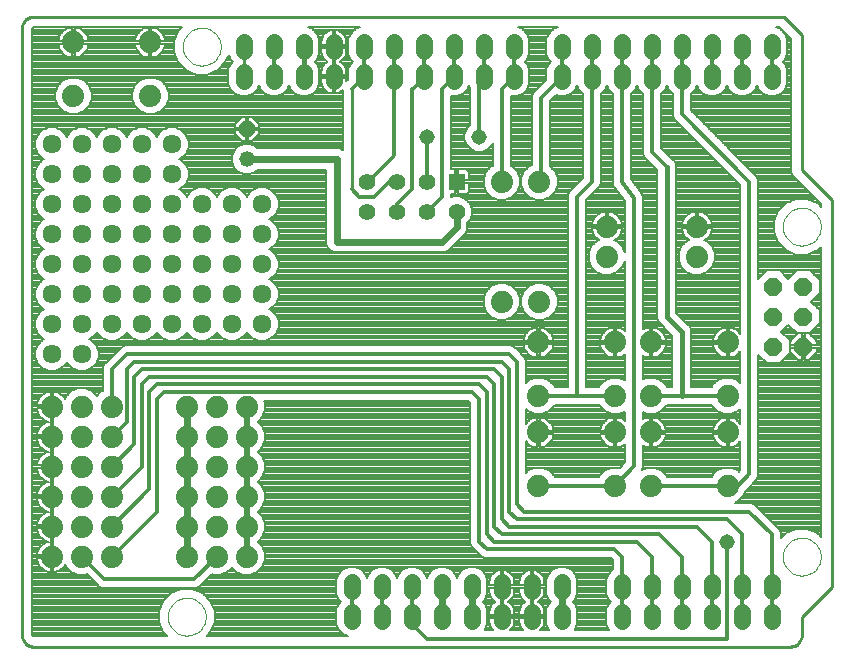
<source format=gtl>
G75*
G70*
%OFA0B0*%
%FSLAX24Y24*%
%IPPOS*%
%LPD*%
%AMOC8*
5,1,8,0,0,1.08239X$1,22.5*
%
%ADD10C,0.0100*%
%ADD11C,0.0000*%
%ADD12OC8,0.0610*%
%ADD13C,0.0560*%
%ADD14R,0.0554X0.0554*%
%ADD15C,0.0554*%
%ADD16C,0.0740*%
%ADD17OC8,0.0520*%
%ADD18C,0.0520*%
%ADD19C,0.0200*%
%ADD20C,0.0240*%
%ADD21C,0.0080*%
%ADD22C,0.0160*%
%ADD23C,0.0120*%
%ADD24C,0.0516*%
%ADD25C,0.0634*%
D10*
X000584Y000580D02*
X025796Y000580D01*
X025835Y000582D01*
X025873Y000588D01*
X025910Y000597D01*
X025947Y000610D01*
X025982Y000627D01*
X026015Y000646D01*
X026046Y000669D01*
X026075Y000695D01*
X026101Y000724D01*
X026124Y000755D01*
X026143Y000788D01*
X026160Y000823D01*
X026173Y000860D01*
X026182Y000897D01*
X026188Y000935D01*
X026190Y000974D01*
X026190Y001580D01*
X027190Y002580D01*
X027190Y015480D01*
X026190Y016480D01*
X026190Y020980D01*
X025590Y021580D01*
X000584Y021580D01*
X000545Y021578D01*
X000507Y021572D01*
X000470Y021563D01*
X000433Y021550D01*
X000398Y021533D01*
X000365Y021514D01*
X000334Y021491D01*
X000305Y021465D01*
X000279Y021436D01*
X000256Y021405D01*
X000237Y021372D01*
X000220Y021337D01*
X000207Y021300D01*
X000198Y021263D01*
X000192Y021225D01*
X000190Y021186D01*
X000190Y000974D01*
X000192Y000935D01*
X000198Y000897D01*
X000207Y000860D01*
X000220Y000823D01*
X000237Y000788D01*
X000256Y000755D01*
X000279Y000724D01*
X000305Y000695D01*
X000334Y000669D01*
X000365Y000646D01*
X000398Y000627D01*
X000433Y000610D01*
X000470Y000597D01*
X000507Y000588D01*
X000545Y000582D01*
X000584Y000580D01*
X013190Y001580D02*
X013190Y002580D01*
X013690Y015080D02*
X013680Y015080D01*
X012690Y015080D02*
X012680Y015080D01*
X011690Y016080D02*
X011680Y016080D01*
X011690Y016080D02*
X012590Y016980D01*
X011190Y015830D02*
X011190Y019180D01*
X013190Y019180D02*
X013590Y019580D01*
X007590Y019580D02*
X007590Y020580D01*
X017440Y016080D02*
X017490Y016080D01*
D11*
X025560Y014580D02*
X025562Y014630D01*
X025568Y014680D01*
X025578Y014729D01*
X025592Y014777D01*
X025609Y014824D01*
X025630Y014869D01*
X025655Y014913D01*
X025683Y014954D01*
X025715Y014993D01*
X025749Y015030D01*
X025786Y015064D01*
X025826Y015094D01*
X025868Y015121D01*
X025912Y015145D01*
X025958Y015166D01*
X026005Y015182D01*
X026053Y015195D01*
X026103Y015204D01*
X026152Y015209D01*
X026203Y015210D01*
X026253Y015207D01*
X026302Y015200D01*
X026351Y015189D01*
X026399Y015174D01*
X026445Y015156D01*
X026490Y015134D01*
X026533Y015108D01*
X026574Y015079D01*
X026613Y015047D01*
X026649Y015012D01*
X026681Y014974D01*
X026711Y014934D01*
X026738Y014891D01*
X026761Y014847D01*
X026780Y014801D01*
X026796Y014753D01*
X026808Y014704D01*
X026816Y014655D01*
X026820Y014605D01*
X026820Y014555D01*
X026816Y014505D01*
X026808Y014456D01*
X026796Y014407D01*
X026780Y014359D01*
X026761Y014313D01*
X026738Y014269D01*
X026711Y014226D01*
X026681Y014186D01*
X026649Y014148D01*
X026613Y014113D01*
X026574Y014081D01*
X026533Y014052D01*
X026490Y014026D01*
X026445Y014004D01*
X026399Y013986D01*
X026351Y013971D01*
X026302Y013960D01*
X026253Y013953D01*
X026203Y013950D01*
X026152Y013951D01*
X026103Y013956D01*
X026053Y013965D01*
X026005Y013978D01*
X025958Y013994D01*
X025912Y014015D01*
X025868Y014039D01*
X025826Y014066D01*
X025786Y014096D01*
X025749Y014130D01*
X025715Y014167D01*
X025683Y014206D01*
X025655Y014247D01*
X025630Y014291D01*
X025609Y014336D01*
X025592Y014383D01*
X025578Y014431D01*
X025568Y014480D01*
X025562Y014530D01*
X025560Y014580D01*
X005560Y020580D02*
X005562Y020630D01*
X005568Y020680D01*
X005578Y020729D01*
X005592Y020777D01*
X005609Y020824D01*
X005630Y020869D01*
X005655Y020913D01*
X005683Y020954D01*
X005715Y020993D01*
X005749Y021030D01*
X005786Y021064D01*
X005826Y021094D01*
X005868Y021121D01*
X005912Y021145D01*
X005958Y021166D01*
X006005Y021182D01*
X006053Y021195D01*
X006103Y021204D01*
X006152Y021209D01*
X006203Y021210D01*
X006253Y021207D01*
X006302Y021200D01*
X006351Y021189D01*
X006399Y021174D01*
X006445Y021156D01*
X006490Y021134D01*
X006533Y021108D01*
X006574Y021079D01*
X006613Y021047D01*
X006649Y021012D01*
X006681Y020974D01*
X006711Y020934D01*
X006738Y020891D01*
X006761Y020847D01*
X006780Y020801D01*
X006796Y020753D01*
X006808Y020704D01*
X006816Y020655D01*
X006820Y020605D01*
X006820Y020555D01*
X006816Y020505D01*
X006808Y020456D01*
X006796Y020407D01*
X006780Y020359D01*
X006761Y020313D01*
X006738Y020269D01*
X006711Y020226D01*
X006681Y020186D01*
X006649Y020148D01*
X006613Y020113D01*
X006574Y020081D01*
X006533Y020052D01*
X006490Y020026D01*
X006445Y020004D01*
X006399Y019986D01*
X006351Y019971D01*
X006302Y019960D01*
X006253Y019953D01*
X006203Y019950D01*
X006152Y019951D01*
X006103Y019956D01*
X006053Y019965D01*
X006005Y019978D01*
X005958Y019994D01*
X005912Y020015D01*
X005868Y020039D01*
X005826Y020066D01*
X005786Y020096D01*
X005749Y020130D01*
X005715Y020167D01*
X005683Y020206D01*
X005655Y020247D01*
X005630Y020291D01*
X005609Y020336D01*
X005592Y020383D01*
X005578Y020431D01*
X005568Y020480D01*
X005562Y020530D01*
X005560Y020580D01*
X025560Y003580D02*
X025562Y003630D01*
X025568Y003680D01*
X025578Y003729D01*
X025592Y003777D01*
X025609Y003824D01*
X025630Y003869D01*
X025655Y003913D01*
X025683Y003954D01*
X025715Y003993D01*
X025749Y004030D01*
X025786Y004064D01*
X025826Y004094D01*
X025868Y004121D01*
X025912Y004145D01*
X025958Y004166D01*
X026005Y004182D01*
X026053Y004195D01*
X026103Y004204D01*
X026152Y004209D01*
X026203Y004210D01*
X026253Y004207D01*
X026302Y004200D01*
X026351Y004189D01*
X026399Y004174D01*
X026445Y004156D01*
X026490Y004134D01*
X026533Y004108D01*
X026574Y004079D01*
X026613Y004047D01*
X026649Y004012D01*
X026681Y003974D01*
X026711Y003934D01*
X026738Y003891D01*
X026761Y003847D01*
X026780Y003801D01*
X026796Y003753D01*
X026808Y003704D01*
X026816Y003655D01*
X026820Y003605D01*
X026820Y003555D01*
X026816Y003505D01*
X026808Y003456D01*
X026796Y003407D01*
X026780Y003359D01*
X026761Y003313D01*
X026738Y003269D01*
X026711Y003226D01*
X026681Y003186D01*
X026649Y003148D01*
X026613Y003113D01*
X026574Y003081D01*
X026533Y003052D01*
X026490Y003026D01*
X026445Y003004D01*
X026399Y002986D01*
X026351Y002971D01*
X026302Y002960D01*
X026253Y002953D01*
X026203Y002950D01*
X026152Y002951D01*
X026103Y002956D01*
X026053Y002965D01*
X026005Y002978D01*
X025958Y002994D01*
X025912Y003015D01*
X025868Y003039D01*
X025826Y003066D01*
X025786Y003096D01*
X025749Y003130D01*
X025715Y003167D01*
X025683Y003206D01*
X025655Y003247D01*
X025630Y003291D01*
X025609Y003336D01*
X025592Y003383D01*
X025578Y003431D01*
X025568Y003480D01*
X025562Y003530D01*
X025560Y003580D01*
X005060Y001580D02*
X005062Y001630D01*
X005068Y001680D01*
X005078Y001729D01*
X005092Y001777D01*
X005109Y001824D01*
X005130Y001869D01*
X005155Y001913D01*
X005183Y001954D01*
X005215Y001993D01*
X005249Y002030D01*
X005286Y002064D01*
X005326Y002094D01*
X005368Y002121D01*
X005412Y002145D01*
X005458Y002166D01*
X005505Y002182D01*
X005553Y002195D01*
X005603Y002204D01*
X005652Y002209D01*
X005703Y002210D01*
X005753Y002207D01*
X005802Y002200D01*
X005851Y002189D01*
X005899Y002174D01*
X005945Y002156D01*
X005990Y002134D01*
X006033Y002108D01*
X006074Y002079D01*
X006113Y002047D01*
X006149Y002012D01*
X006181Y001974D01*
X006211Y001934D01*
X006238Y001891D01*
X006261Y001847D01*
X006280Y001801D01*
X006296Y001753D01*
X006308Y001704D01*
X006316Y001655D01*
X006320Y001605D01*
X006320Y001555D01*
X006316Y001505D01*
X006308Y001456D01*
X006296Y001407D01*
X006280Y001359D01*
X006261Y001313D01*
X006238Y001269D01*
X006211Y001226D01*
X006181Y001186D01*
X006149Y001148D01*
X006113Y001113D01*
X006074Y001081D01*
X006033Y001052D01*
X005990Y001026D01*
X005945Y001004D01*
X005899Y000986D01*
X005851Y000971D01*
X005802Y000960D01*
X005753Y000953D01*
X005703Y000950D01*
X005652Y000951D01*
X005603Y000956D01*
X005553Y000965D01*
X005505Y000978D01*
X005458Y000994D01*
X005412Y001015D01*
X005368Y001039D01*
X005326Y001066D01*
X005286Y001096D01*
X005249Y001130D01*
X005215Y001167D01*
X005183Y001206D01*
X005155Y001247D01*
X005130Y001291D01*
X005109Y001336D01*
X005092Y001383D01*
X005078Y001431D01*
X005068Y001480D01*
X005062Y001530D01*
X005060Y001580D01*
D12*
X025240Y010580D03*
X026240Y010580D03*
X026240Y011580D03*
X025240Y011580D03*
X025240Y012580D03*
X026240Y012580D03*
D13*
X025190Y019440D02*
X025190Y019720D01*
X024190Y019720D02*
X024190Y019440D01*
X023190Y019440D02*
X023190Y019720D01*
X022190Y019720D02*
X022190Y019440D01*
X021190Y019440D02*
X021190Y019720D01*
X020190Y019720D02*
X020190Y019440D01*
X019190Y019440D02*
X019190Y019720D01*
X018190Y019720D02*
X018190Y019440D01*
X016590Y019440D02*
X016590Y019720D01*
X015590Y019720D02*
X015590Y019440D01*
X014590Y019440D02*
X014590Y019720D01*
X013590Y019720D02*
X013590Y019440D01*
X012590Y019440D02*
X012590Y019720D01*
X011590Y019720D02*
X011590Y019440D01*
X010590Y019440D02*
X010590Y019720D01*
X009590Y019720D02*
X009590Y019440D01*
X008590Y019440D02*
X008590Y019720D01*
X007590Y019720D02*
X007590Y019440D01*
X007590Y020440D02*
X007590Y020720D01*
X008590Y020720D02*
X008590Y020440D01*
X009590Y020440D02*
X009590Y020720D01*
X010590Y020720D02*
X010590Y020440D01*
X011590Y020440D02*
X011590Y020720D01*
X012590Y020720D02*
X012590Y020440D01*
X013590Y020440D02*
X013590Y020720D01*
X014590Y020720D02*
X014590Y020440D01*
X015590Y020440D02*
X015590Y020720D01*
X016590Y020720D02*
X016590Y020440D01*
X018190Y020440D02*
X018190Y020720D01*
X019190Y020720D02*
X019190Y020440D01*
X020190Y020440D02*
X020190Y020720D01*
X021190Y020720D02*
X021190Y020440D01*
X022190Y020440D02*
X022190Y020720D01*
X023190Y020720D02*
X023190Y020440D01*
X024190Y020440D02*
X024190Y020720D01*
X025190Y020720D02*
X025190Y020440D01*
X025190Y002720D02*
X025190Y002440D01*
X024190Y002440D02*
X024190Y002720D01*
X023190Y002720D02*
X023190Y002440D01*
X022190Y002440D02*
X022190Y002720D01*
X021190Y002720D02*
X021190Y002440D01*
X020190Y002440D02*
X020190Y002720D01*
X020190Y001720D02*
X020190Y001440D01*
X021190Y001440D02*
X021190Y001720D01*
X022190Y001720D02*
X022190Y001440D01*
X023190Y001440D02*
X023190Y001720D01*
X024190Y001720D02*
X024190Y001440D01*
X025190Y001440D02*
X025190Y001720D01*
X018190Y001720D02*
X018190Y001440D01*
X017190Y001440D02*
X017190Y001720D01*
X016190Y001720D02*
X016190Y001440D01*
X015190Y001440D02*
X015190Y001720D01*
X014190Y001720D02*
X014190Y001440D01*
X013190Y001440D02*
X013190Y001720D01*
X012190Y001720D02*
X012190Y001440D01*
X011190Y001440D02*
X011190Y001720D01*
X011190Y002440D02*
X011190Y002720D01*
X012190Y002720D02*
X012190Y002440D01*
X013190Y002440D02*
X013190Y002720D01*
X014190Y002720D02*
X014190Y002440D01*
X015190Y002440D02*
X015190Y002720D01*
X016190Y002720D02*
X016190Y002440D01*
X017190Y002440D02*
X017190Y002720D01*
X018190Y002720D02*
X018190Y002440D01*
D14*
X014680Y016080D03*
D15*
X013680Y016080D03*
X012680Y016080D03*
X011680Y016080D03*
X011680Y015080D03*
X012680Y015080D03*
X013680Y015080D03*
X014680Y015080D03*
D16*
X016190Y016080D03*
X017440Y016080D03*
X019690Y014580D03*
X019690Y013580D03*
X017440Y012080D03*
X016190Y012080D03*
X017410Y010720D03*
X019970Y010720D03*
X021160Y010720D03*
X023720Y010720D03*
X023720Y008940D03*
X023720Y007720D03*
X021160Y007720D03*
X019970Y007720D03*
X019970Y008940D03*
X021160Y008940D03*
X017410Y008940D03*
X017410Y007720D03*
X017410Y005940D03*
X019970Y005940D03*
X021160Y005940D03*
X023720Y005940D03*
X022690Y013580D03*
X022690Y014580D03*
X007690Y008580D03*
X006690Y008580D03*
X005690Y008580D03*
X005690Y007580D03*
X006690Y007580D03*
X007690Y007580D03*
X007690Y006580D03*
X006690Y006580D03*
X005690Y006580D03*
X005690Y005580D03*
X006690Y005580D03*
X007690Y005580D03*
X007690Y004580D03*
X006690Y004580D03*
X005690Y004580D03*
X005690Y003580D03*
X006690Y003580D03*
X007690Y003580D03*
X003190Y003580D03*
X002190Y003580D03*
X001190Y003580D03*
X001190Y004580D03*
X002190Y004580D03*
X003190Y004580D03*
X003190Y005580D03*
X002190Y005580D03*
X001190Y005580D03*
X001190Y006580D03*
X002190Y006580D03*
X003190Y006580D03*
X003190Y007580D03*
X002190Y007580D03*
X001190Y007580D03*
X001190Y008580D03*
X002190Y008580D03*
X003190Y008580D03*
X001910Y018940D03*
X004470Y018940D03*
X004470Y020720D03*
X001910Y020720D03*
D17*
X007690Y017830D03*
D18*
X007690Y016830D03*
D19*
X007690Y008580D02*
X007690Y007580D01*
X007690Y006580D01*
X007690Y005580D01*
X007690Y004580D01*
X007690Y003580D01*
D20*
X005690Y003580D02*
X005690Y004580D01*
X005690Y005580D01*
X005690Y006580D01*
X005690Y007580D01*
X005690Y008580D01*
X010690Y014080D02*
X010690Y016830D01*
X007690Y016830D01*
X010690Y014080D02*
X014190Y014080D01*
X014680Y014570D01*
X014680Y015080D01*
X014190Y002680D02*
X014190Y002580D01*
X014190Y001580D01*
X015190Y001580D02*
X015190Y002580D01*
X018190Y002580D02*
X018190Y001580D01*
D21*
X017670Y001601D02*
X017230Y001601D01*
X017230Y001620D02*
X017610Y001620D01*
X017610Y001753D01*
X017600Y001818D01*
X017579Y001881D01*
X017549Y001940D01*
X017510Y001994D01*
X017464Y002040D01*
X017410Y002079D01*
X017409Y002080D01*
X017410Y002081D01*
X017464Y002120D01*
X017510Y002166D01*
X017549Y002220D01*
X017579Y002279D01*
X017600Y002342D01*
X017610Y002407D01*
X017610Y002540D01*
X017230Y002540D01*
X017230Y002620D01*
X017150Y002620D01*
X017150Y003139D01*
X017092Y003130D01*
X017029Y003109D01*
X016970Y003079D01*
X016916Y003040D01*
X016870Y002994D01*
X016831Y002940D01*
X016801Y002881D01*
X016780Y002818D01*
X016770Y002753D01*
X016770Y002620D01*
X017150Y002620D01*
X017150Y002540D01*
X017230Y002540D01*
X017230Y002139D01*
X017230Y001620D01*
X017150Y001620D01*
X017150Y002540D01*
X016770Y002540D01*
X016770Y002407D01*
X016780Y002342D01*
X016801Y002279D01*
X016831Y002220D01*
X016870Y002166D01*
X016916Y002120D01*
X016970Y002081D01*
X016971Y002080D01*
X016970Y002079D01*
X016916Y002040D01*
X016870Y001994D01*
X016831Y001940D01*
X016801Y001881D01*
X016780Y001818D01*
X016770Y001753D01*
X016770Y001620D01*
X017150Y001620D01*
X017150Y001540D01*
X016770Y001540D01*
X016770Y001407D01*
X016780Y001342D01*
X016801Y001279D01*
X016831Y001220D01*
X016870Y001166D01*
X016906Y001130D01*
X016474Y001130D01*
X016510Y001166D01*
X016549Y001220D01*
X016579Y001279D01*
X016600Y001342D01*
X016610Y001407D01*
X016610Y001540D01*
X016230Y001540D01*
X016230Y001620D01*
X016610Y001620D01*
X016610Y001753D01*
X016600Y001818D01*
X016579Y001881D01*
X016549Y001940D01*
X016510Y001994D01*
X016464Y002040D01*
X016410Y002079D01*
X016409Y002080D01*
X016410Y002081D01*
X016464Y002120D01*
X016510Y002166D01*
X016549Y002220D01*
X016579Y002279D01*
X016600Y002342D01*
X016610Y002407D01*
X016610Y002540D01*
X016230Y002540D01*
X016230Y002620D01*
X016150Y002620D01*
X016150Y003139D01*
X016092Y003130D01*
X016029Y003109D01*
X015970Y003079D01*
X015916Y003040D01*
X015870Y002994D01*
X015831Y002940D01*
X015801Y002881D01*
X015780Y002818D01*
X015770Y002753D01*
X015770Y002620D01*
X016150Y002620D01*
X016150Y002540D01*
X015770Y002540D01*
X015770Y002407D01*
X015780Y002342D01*
X015801Y002279D01*
X015831Y002220D01*
X015870Y002166D01*
X015916Y002120D01*
X015970Y002081D01*
X015971Y002080D01*
X015970Y002079D01*
X015916Y002040D01*
X015870Y001994D01*
X015831Y001940D01*
X015801Y001881D01*
X015780Y001818D01*
X015770Y001753D01*
X015770Y001620D01*
X016150Y001620D01*
X016150Y002540D01*
X016230Y002540D01*
X016230Y002139D01*
X016230Y001620D01*
X016150Y001620D01*
X016150Y001540D01*
X015770Y001540D01*
X015770Y001407D01*
X015780Y001342D01*
X015801Y001279D01*
X015831Y001220D01*
X015870Y001166D01*
X015906Y001130D01*
X015615Y001130D01*
X015631Y001145D01*
X015710Y001337D01*
X015710Y001823D01*
X015631Y002015D01*
X015565Y002080D01*
X015631Y002145D01*
X015710Y002337D01*
X015710Y002823D01*
X015631Y003015D01*
X015485Y003161D01*
X015293Y003240D01*
X015087Y003240D01*
X014895Y003161D01*
X014749Y003015D01*
X014690Y002872D01*
X014631Y003015D01*
X014485Y003161D01*
X014293Y003240D01*
X014087Y003240D01*
X013895Y003161D01*
X013749Y003015D01*
X013690Y002872D01*
X013631Y003015D01*
X013485Y003161D01*
X013293Y003240D01*
X013087Y003240D01*
X012895Y003161D01*
X012749Y003015D01*
X012690Y002872D01*
X012631Y003015D01*
X012485Y003161D01*
X012293Y003240D01*
X012087Y003240D01*
X011895Y003161D01*
X011749Y003015D01*
X011690Y002872D01*
X011631Y003015D01*
X011485Y003161D01*
X011293Y003240D01*
X011087Y003240D01*
X010895Y003161D01*
X010749Y003015D01*
X010670Y002823D01*
X010670Y002337D01*
X010749Y002145D01*
X010815Y002080D01*
X010749Y002015D01*
X010670Y001823D01*
X010670Y001337D01*
X010749Y001145D01*
X010895Y000999D01*
X011062Y000930D01*
X006355Y000930D01*
X006478Y001053D01*
X006620Y001395D01*
X006620Y001765D01*
X006478Y002107D01*
X006217Y002368D01*
X005875Y002510D01*
X005505Y002510D01*
X005163Y002368D01*
X004902Y002107D01*
X004760Y001765D01*
X004760Y001395D01*
X004902Y001053D01*
X005025Y000930D01*
X000584Y000930D01*
X000575Y000931D01*
X000559Y000937D01*
X000547Y000949D01*
X000541Y000965D01*
X000540Y000974D01*
X000540Y021186D01*
X000541Y021195D01*
X000547Y021211D01*
X000559Y021223D01*
X000575Y021229D01*
X000584Y021230D01*
X005525Y021230D01*
X005402Y021107D01*
X005260Y020765D01*
X005260Y020395D01*
X005402Y020053D01*
X005663Y019792D01*
X006005Y019650D01*
X006375Y019650D01*
X006717Y019792D01*
X006978Y020053D01*
X007083Y020306D01*
X007149Y020145D01*
X007215Y020080D01*
X007149Y020015D01*
X007070Y019823D01*
X007070Y019337D01*
X007149Y019145D01*
X007295Y018999D01*
X007487Y018920D01*
X007693Y018920D01*
X007885Y018999D01*
X008031Y019145D01*
X008090Y019288D01*
X008149Y019145D01*
X008295Y018999D01*
X008487Y018920D01*
X008693Y018920D01*
X008885Y018999D01*
X009031Y019145D01*
X009090Y019288D01*
X009149Y019145D01*
X009295Y018999D01*
X009487Y018920D01*
X009693Y018920D01*
X009885Y018999D01*
X010031Y019145D01*
X010110Y019337D01*
X010110Y019823D01*
X010031Y020015D01*
X009965Y020080D01*
X010031Y020145D01*
X010110Y020337D01*
X010110Y020823D01*
X010031Y021015D01*
X009885Y021161D01*
X009718Y021230D01*
X011462Y021230D01*
X011295Y021161D01*
X011149Y021015D01*
X011070Y020823D01*
X011070Y020337D01*
X011149Y020145D01*
X011215Y020080D01*
X011149Y020015D01*
X011070Y019823D01*
X011070Y019484D01*
X011010Y019424D01*
X011010Y019540D01*
X010630Y019540D01*
X010630Y019620D01*
X010550Y019620D01*
X010550Y020021D01*
X010550Y020540D01*
X010630Y020540D01*
X010630Y020620D01*
X010550Y020620D01*
X010550Y021139D01*
X010492Y021130D01*
X010429Y021109D01*
X010370Y021079D01*
X010316Y021040D01*
X010270Y020994D01*
X010231Y020940D01*
X010201Y020881D01*
X010180Y020818D01*
X010170Y020753D01*
X010170Y020620D01*
X010550Y020620D01*
X010550Y020540D01*
X010170Y020540D01*
X010170Y020407D01*
X010180Y020342D01*
X010201Y020279D01*
X010231Y020220D01*
X010270Y020166D01*
X010316Y020120D01*
X010370Y020081D01*
X010371Y020080D01*
X010370Y020079D01*
X010316Y020040D01*
X010270Y019994D01*
X010231Y019940D01*
X010201Y019881D01*
X010180Y019818D01*
X010170Y019753D01*
X010170Y019620D01*
X010550Y019620D01*
X010550Y019540D01*
X010630Y019540D01*
X010630Y019021D01*
X010688Y019030D01*
X010751Y019051D01*
X010810Y019081D01*
X010864Y019120D01*
X010890Y019146D01*
X010890Y019120D01*
X010900Y019096D01*
X010900Y017129D01*
X010894Y017135D01*
X010762Y017190D01*
X008037Y017190D01*
X007973Y017254D01*
X007789Y017330D01*
X007591Y017330D01*
X007407Y017254D01*
X007266Y017113D01*
X007190Y016929D01*
X007190Y016731D01*
X007266Y016547D01*
X007407Y016406D01*
X007591Y016330D01*
X007789Y016330D01*
X007973Y016406D01*
X008037Y016470D01*
X010330Y016470D01*
X010330Y014008D01*
X010385Y013876D01*
X010486Y013775D01*
X010618Y013720D01*
X014262Y013720D01*
X014394Y013775D01*
X014495Y013876D01*
X014985Y014366D01*
X015040Y014498D01*
X015040Y014709D01*
X015118Y014787D01*
X015197Y014977D01*
X015197Y015183D01*
X015118Y015373D01*
X014973Y015518D01*
X014783Y015597D01*
X014577Y015597D01*
X014490Y015561D01*
X014490Y015663D01*
X014640Y015663D01*
X014640Y016040D01*
X014720Y016040D01*
X014720Y016120D01*
X014640Y016120D01*
X014640Y016497D01*
X014490Y016497D01*
X014490Y018920D01*
X014693Y018920D01*
X014885Y018999D01*
X015031Y019145D01*
X015090Y019288D01*
X015140Y019168D01*
X015140Y017984D01*
X015018Y017862D01*
X014942Y017679D01*
X014942Y017481D01*
X015018Y017298D01*
X015158Y017158D01*
X015341Y017082D01*
X015539Y017082D01*
X015722Y017158D01*
X015862Y017298D01*
X015890Y017365D01*
X015890Y016616D01*
X015844Y016597D01*
X015673Y016426D01*
X015580Y016201D01*
X015580Y015959D01*
X015673Y015734D01*
X015844Y015563D01*
X016069Y015470D01*
X016311Y015470D01*
X016536Y015563D01*
X016707Y015734D01*
X016800Y015959D01*
X016800Y016201D01*
X016707Y016426D01*
X016536Y016597D01*
X016490Y016616D01*
X016490Y018920D01*
X016693Y018920D01*
X016885Y018999D01*
X017031Y019145D01*
X017110Y019337D01*
X017110Y019823D01*
X017031Y020015D01*
X016965Y020080D01*
X017031Y020145D01*
X017110Y020337D01*
X017110Y020823D01*
X017031Y021015D01*
X016885Y021161D01*
X016718Y021230D01*
X018062Y021230D01*
X017895Y021161D01*
X017749Y021015D01*
X017670Y020823D01*
X017670Y020337D01*
X017749Y020145D01*
X017815Y020080D01*
X017749Y020015D01*
X017670Y019823D01*
X017670Y019484D01*
X017320Y019134D01*
X017236Y019050D01*
X017190Y018940D01*
X017190Y016637D01*
X017094Y016597D01*
X016923Y016426D01*
X016830Y016201D01*
X016830Y015959D01*
X016923Y015734D01*
X017094Y015563D01*
X017319Y015470D01*
X017561Y015470D01*
X017786Y015563D01*
X017957Y015734D01*
X018050Y015959D01*
X018050Y016201D01*
X017957Y016426D01*
X017790Y016593D01*
X017790Y018756D01*
X017993Y018959D01*
X018087Y018920D01*
X018293Y018920D01*
X018485Y018999D01*
X018631Y019145D01*
X018690Y019288D01*
X018749Y019145D01*
X018890Y019005D01*
X018890Y016204D01*
X018520Y015834D01*
X018436Y015750D01*
X018390Y015640D01*
X018390Y009240D01*
X017946Y009240D01*
X017927Y009286D01*
X017756Y009457D01*
X017531Y009550D01*
X017289Y009550D01*
X017064Y009457D01*
X016990Y009383D01*
X016990Y010140D01*
X016944Y010250D01*
X016694Y010500D01*
X016610Y010584D01*
X016500Y010630D01*
X003630Y010630D01*
X003520Y010584D01*
X003020Y010084D01*
X002936Y010000D01*
X002648Y010000D01*
X002662Y010014D02*
X002747Y010219D01*
X002747Y010441D01*
X002662Y010646D01*
X002506Y010802D01*
X002439Y010830D01*
X002506Y010858D01*
X002662Y011014D01*
X002690Y011081D01*
X002718Y011014D01*
X002874Y010858D01*
X003079Y010773D01*
X003301Y010773D01*
X003506Y010858D01*
X003662Y011014D01*
X003690Y011081D01*
X003718Y011014D01*
X003874Y010858D01*
X004079Y010773D01*
X004301Y010773D01*
X004506Y010858D01*
X004662Y011014D01*
X004690Y011081D01*
X004718Y011014D01*
X004874Y010858D01*
X005079Y010773D01*
X005301Y010773D01*
X005506Y010858D01*
X005662Y011014D01*
X005690Y011081D01*
X005718Y011014D01*
X005874Y010858D01*
X006079Y010773D01*
X006301Y010773D01*
X006506Y010858D01*
X006662Y011014D01*
X006690Y011081D01*
X006718Y011014D01*
X006874Y010858D01*
X007079Y010773D01*
X007301Y010773D01*
X007506Y010858D01*
X007662Y011014D01*
X007690Y011081D01*
X007718Y011014D01*
X007874Y010858D01*
X008079Y010773D01*
X008301Y010773D01*
X008506Y010858D01*
X008662Y011014D01*
X008747Y011219D01*
X008747Y011441D01*
X008662Y011646D01*
X008506Y011802D01*
X008439Y011830D01*
X008506Y011858D01*
X008662Y012014D01*
X008747Y012219D01*
X008747Y012441D01*
X008662Y012646D01*
X008506Y012802D01*
X008439Y012830D01*
X008506Y012858D01*
X008662Y013014D01*
X008747Y013219D01*
X008747Y013441D01*
X008662Y013646D01*
X008506Y013802D01*
X008439Y013830D01*
X008506Y013858D01*
X008662Y014014D01*
X008747Y014219D01*
X008747Y014441D01*
X008662Y014646D01*
X008506Y014802D01*
X008439Y014830D01*
X008506Y014858D01*
X008662Y015014D01*
X008747Y015219D01*
X008747Y015441D01*
X008662Y015646D01*
X008506Y015802D01*
X008301Y015887D01*
X008079Y015887D01*
X007874Y015802D01*
X007718Y015646D01*
X007690Y015579D01*
X007662Y015646D01*
X007506Y015802D01*
X007301Y015887D01*
X007079Y015887D01*
X006874Y015802D01*
X006718Y015646D01*
X006690Y015579D01*
X006662Y015646D01*
X006506Y015802D01*
X006301Y015887D01*
X006079Y015887D01*
X005874Y015802D01*
X005718Y015646D01*
X005690Y015579D01*
X005662Y015646D01*
X005506Y015802D01*
X005439Y015830D01*
X005506Y015858D01*
X005662Y016014D01*
X005747Y016219D01*
X005747Y016441D01*
X005662Y016646D01*
X005506Y016802D01*
X005439Y016830D01*
X005506Y016858D01*
X005662Y017014D01*
X005747Y017219D01*
X005747Y017441D01*
X005662Y017646D01*
X005506Y017802D01*
X005301Y017887D01*
X005079Y017887D01*
X004874Y017802D01*
X004718Y017646D01*
X004690Y017579D01*
X004662Y017646D01*
X004506Y017802D01*
X004301Y017887D01*
X004079Y017887D01*
X003874Y017802D01*
X003718Y017646D01*
X003690Y017579D01*
X003662Y017646D01*
X003506Y017802D01*
X003301Y017887D01*
X003079Y017887D01*
X002874Y017802D01*
X002718Y017646D01*
X002690Y017579D01*
X002662Y017646D01*
X002506Y017802D01*
X002301Y017887D01*
X002079Y017887D01*
X001874Y017802D01*
X001718Y017646D01*
X001690Y017579D01*
X001662Y017646D01*
X001506Y017802D01*
X001301Y017887D01*
X001079Y017887D01*
X000874Y017802D01*
X000718Y017646D01*
X000633Y017441D01*
X000633Y017219D01*
X000718Y017014D01*
X000874Y016858D01*
X000941Y016830D01*
X000874Y016802D01*
X000718Y016646D01*
X000633Y016441D01*
X000633Y016219D01*
X000718Y016014D01*
X000874Y015858D01*
X000941Y015830D01*
X000874Y015802D01*
X000718Y015646D01*
X000633Y015441D01*
X000633Y015219D01*
X000718Y015014D01*
X000874Y014858D01*
X000941Y014830D01*
X000874Y014802D01*
X000718Y014646D01*
X000633Y014441D01*
X000633Y014219D01*
X000718Y014014D01*
X000874Y013858D01*
X000941Y013830D01*
X000874Y013802D01*
X000718Y013646D01*
X000633Y013441D01*
X000633Y013219D01*
X000718Y013014D01*
X000874Y012858D01*
X000941Y012830D01*
X000874Y012802D01*
X000718Y012646D01*
X000633Y012441D01*
X000633Y012219D01*
X000718Y012014D01*
X000874Y011858D01*
X000941Y011830D01*
X000874Y011802D01*
X000718Y011646D01*
X000633Y011441D01*
X000633Y011219D01*
X000718Y011014D01*
X000874Y010858D01*
X000941Y010830D01*
X000874Y010802D01*
X000718Y010646D01*
X000633Y010441D01*
X000633Y010219D01*
X000718Y010014D01*
X000874Y009858D01*
X001079Y009773D01*
X001301Y009773D01*
X001506Y009858D01*
X001662Y010014D01*
X001690Y010081D01*
X001718Y010014D01*
X001874Y009858D01*
X002079Y009773D01*
X002301Y009773D01*
X002506Y009858D01*
X002662Y010014D01*
X002689Y010079D02*
X003014Y010079D01*
X003093Y010157D02*
X002721Y010157D01*
X002747Y010236D02*
X003171Y010236D01*
X003250Y010314D02*
X002747Y010314D01*
X002747Y010393D02*
X003328Y010393D01*
X003407Y010471D02*
X002735Y010471D01*
X002702Y010550D02*
X003485Y010550D01*
X003626Y010628D02*
X002670Y010628D01*
X002601Y010707D02*
X017370Y010707D01*
X017370Y010680D02*
X016900Y010680D01*
X016900Y010680D01*
X016913Y010601D01*
X016937Y010524D01*
X016974Y010453D01*
X017021Y010388D01*
X017078Y010331D01*
X017143Y010284D01*
X017214Y010247D01*
X017291Y010223D01*
X017370Y010210D01*
X017370Y010680D01*
X017450Y010680D01*
X017450Y010760D01*
X017920Y010760D01*
X017920Y010760D01*
X017907Y010839D01*
X017883Y010916D01*
X017846Y010987D01*
X017799Y011052D01*
X017742Y011109D01*
X017677Y011156D01*
X017606Y011193D01*
X017529Y011217D01*
X017450Y011230D01*
X017450Y011230D01*
X017450Y010760D01*
X017370Y010760D01*
X017370Y011230D01*
X017370Y011230D01*
X017291Y011217D01*
X017214Y011193D01*
X017143Y011156D01*
X017078Y011109D01*
X017021Y011052D01*
X016974Y010987D01*
X016937Y010916D01*
X016913Y010839D01*
X016900Y010760D01*
X017370Y010760D01*
X017370Y010680D01*
X017370Y010628D02*
X017450Y010628D01*
X017450Y010680D02*
X017450Y010210D01*
X017450Y010210D01*
X017529Y010223D01*
X017606Y010247D01*
X017677Y010284D01*
X017742Y010331D01*
X017799Y010388D01*
X017846Y010453D01*
X017883Y010524D01*
X017907Y010601D01*
X017920Y010680D01*
X017450Y010680D01*
X017450Y010707D02*
X018390Y010707D01*
X018390Y010785D02*
X017916Y010785D01*
X017900Y010864D02*
X018390Y010864D01*
X018390Y010942D02*
X017869Y010942D01*
X017822Y011021D02*
X018390Y011021D01*
X018390Y011099D02*
X017752Y011099D01*
X017635Y011178D02*
X018390Y011178D01*
X018390Y011256D02*
X008747Y011256D01*
X008747Y011335D02*
X018390Y011335D01*
X018390Y011413D02*
X008747Y011413D01*
X008726Y011492D02*
X016017Y011492D01*
X016069Y011470D02*
X016311Y011470D01*
X016536Y011563D01*
X016707Y011734D01*
X016800Y011959D01*
X016800Y012201D01*
X016707Y012426D01*
X016536Y012597D01*
X016311Y012690D01*
X016069Y012690D01*
X015844Y012597D01*
X015673Y012426D01*
X015580Y012201D01*
X015580Y011959D01*
X015673Y011734D01*
X015844Y011563D01*
X016069Y011470D01*
X015837Y011570D02*
X008694Y011570D01*
X008659Y011649D02*
X015759Y011649D01*
X015680Y011727D02*
X008581Y011727D01*
X008498Y011806D02*
X015643Y011806D01*
X015611Y011884D02*
X008532Y011884D01*
X008610Y011963D02*
X015580Y011963D01*
X015580Y012041D02*
X008673Y012041D01*
X008706Y012120D02*
X015580Y012120D01*
X015580Y012198D02*
X008738Y012198D01*
X008747Y012277D02*
X015611Y012277D01*
X015644Y012355D02*
X008747Y012355D01*
X008747Y012434D02*
X015681Y012434D01*
X015759Y012512D02*
X008718Y012512D01*
X008685Y012591D02*
X015838Y012591D01*
X016018Y012669D02*
X008639Y012669D01*
X008560Y012748D02*
X018390Y012748D01*
X018390Y012826D02*
X008448Y012826D01*
X008552Y012905D02*
X018390Y012905D01*
X018390Y012983D02*
X008631Y012983D01*
X008682Y013062D02*
X018390Y013062D01*
X018390Y013140D02*
X008714Y013140D01*
X008747Y013219D02*
X018390Y013219D01*
X018390Y013297D02*
X008747Y013297D01*
X008747Y013376D02*
X018390Y013376D01*
X018390Y013454D02*
X008742Y013454D01*
X008709Y013533D02*
X018390Y013533D01*
X018390Y013611D02*
X008677Y013611D01*
X008618Y013690D02*
X018390Y013690D01*
X018390Y013768D02*
X014378Y013768D01*
X014466Y013847D02*
X018390Y013847D01*
X018390Y013925D02*
X014544Y013925D01*
X014623Y014004D02*
X018390Y014004D01*
X018390Y014082D02*
X014701Y014082D01*
X014780Y014161D02*
X018390Y014161D01*
X018390Y014239D02*
X014858Y014239D01*
X014937Y014318D02*
X018390Y014318D01*
X018390Y014396D02*
X014998Y014396D01*
X015030Y014475D02*
X018390Y014475D01*
X018390Y014553D02*
X015040Y014553D01*
X015040Y014632D02*
X018390Y014632D01*
X018390Y014710D02*
X015041Y014710D01*
X015119Y014789D02*
X018390Y014789D01*
X018390Y014867D02*
X015152Y014867D01*
X015184Y014946D02*
X018390Y014946D01*
X018390Y015024D02*
X015197Y015024D01*
X015197Y015103D02*
X018390Y015103D01*
X018390Y015181D02*
X015197Y015181D01*
X015165Y015260D02*
X018390Y015260D01*
X018390Y015338D02*
X015133Y015338D01*
X015075Y015417D02*
X018390Y015417D01*
X018390Y015495D02*
X017622Y015495D01*
X017796Y015574D02*
X018390Y015574D01*
X018395Y015652D02*
X017875Y015652D01*
X017953Y015731D02*
X018428Y015731D01*
X018495Y015809D02*
X017988Y015809D01*
X018021Y015888D02*
X018573Y015888D01*
X018652Y015966D02*
X018050Y015966D01*
X018050Y016045D02*
X018730Y016045D01*
X018809Y016123D02*
X018050Y016123D01*
X018050Y016202D02*
X018887Y016202D01*
X018890Y016280D02*
X018017Y016280D01*
X017985Y016359D02*
X018890Y016359D01*
X018890Y016437D02*
X017946Y016437D01*
X017867Y016516D02*
X018890Y016516D01*
X018890Y016594D02*
X017790Y016594D01*
X017790Y016673D02*
X018890Y016673D01*
X018890Y016751D02*
X017790Y016751D01*
X017790Y016830D02*
X018890Y016830D01*
X018890Y016908D02*
X017790Y016908D01*
X017790Y016987D02*
X018890Y016987D01*
X018890Y017065D02*
X017790Y017065D01*
X017790Y017144D02*
X018890Y017144D01*
X018890Y017222D02*
X017790Y017222D01*
X017790Y017301D02*
X018890Y017301D01*
X018890Y017379D02*
X017790Y017379D01*
X017790Y017458D02*
X018890Y017458D01*
X018890Y017536D02*
X017790Y017536D01*
X017790Y017615D02*
X018890Y017615D01*
X018890Y017693D02*
X017790Y017693D01*
X017790Y017772D02*
X018890Y017772D01*
X018890Y017850D02*
X017790Y017850D01*
X017790Y017929D02*
X018890Y017929D01*
X018890Y018007D02*
X017790Y018007D01*
X017790Y018086D02*
X018890Y018086D01*
X018890Y018164D02*
X017790Y018164D01*
X017790Y018243D02*
X018890Y018243D01*
X018890Y018321D02*
X017790Y018321D01*
X017790Y018400D02*
X018890Y018400D01*
X018890Y018478D02*
X017790Y018478D01*
X017790Y018557D02*
X018890Y018557D01*
X018890Y018635D02*
X017790Y018635D01*
X017790Y018714D02*
X018890Y018714D01*
X018890Y018792D02*
X017826Y018792D01*
X017905Y018871D02*
X018890Y018871D01*
X018890Y018949D02*
X018364Y018949D01*
X018513Y019028D02*
X018867Y019028D01*
X018789Y019106D02*
X018591Y019106D01*
X018647Y019185D02*
X018733Y019185D01*
X018700Y019263D02*
X018680Y019263D01*
X018016Y018949D02*
X017983Y018949D01*
X017449Y019263D02*
X017080Y019263D01*
X017110Y019342D02*
X017527Y019342D01*
X017606Y019420D02*
X017110Y019420D01*
X017110Y019499D02*
X017670Y019499D01*
X017670Y019577D02*
X017110Y019577D01*
X017110Y019656D02*
X017670Y019656D01*
X017670Y019734D02*
X017110Y019734D01*
X017110Y019813D02*
X017670Y019813D01*
X017698Y019891D02*
X017082Y019891D01*
X017049Y019970D02*
X017731Y019970D01*
X017783Y020048D02*
X016997Y020048D01*
X017012Y020127D02*
X017768Y020127D01*
X017724Y020205D02*
X017056Y020205D01*
X017088Y020284D02*
X017692Y020284D01*
X017670Y020362D02*
X017110Y020362D01*
X017110Y020441D02*
X017670Y020441D01*
X017670Y020519D02*
X017110Y020519D01*
X017110Y020598D02*
X017670Y020598D01*
X017670Y020676D02*
X017110Y020676D01*
X017110Y020755D02*
X017670Y020755D01*
X017674Y020833D02*
X017106Y020833D01*
X017073Y020912D02*
X017707Y020912D01*
X017739Y020990D02*
X017041Y020990D01*
X016977Y021069D02*
X017803Y021069D01*
X017882Y021147D02*
X016898Y021147D01*
X016728Y021226D02*
X018052Y021226D01*
X017370Y019185D02*
X017047Y019185D01*
X016991Y019106D02*
X017292Y019106D01*
X017226Y019028D02*
X016913Y019028D01*
X016764Y018949D02*
X017194Y018949D01*
X017190Y018871D02*
X016490Y018871D01*
X016490Y018792D02*
X017190Y018792D01*
X017190Y018714D02*
X016490Y018714D01*
X016490Y018635D02*
X017190Y018635D01*
X017190Y018557D02*
X016490Y018557D01*
X016490Y018478D02*
X017190Y018478D01*
X017190Y018400D02*
X016490Y018400D01*
X016490Y018321D02*
X017190Y018321D01*
X017190Y018243D02*
X016490Y018243D01*
X016490Y018164D02*
X017190Y018164D01*
X017190Y018086D02*
X016490Y018086D01*
X016490Y018007D02*
X017190Y018007D01*
X017190Y017929D02*
X016490Y017929D01*
X016490Y017850D02*
X017190Y017850D01*
X017190Y017772D02*
X016490Y017772D01*
X016490Y017693D02*
X017190Y017693D01*
X017190Y017615D02*
X016490Y017615D01*
X016490Y017536D02*
X017190Y017536D01*
X017190Y017458D02*
X016490Y017458D01*
X016490Y017379D02*
X017190Y017379D01*
X017190Y017301D02*
X016490Y017301D01*
X016490Y017222D02*
X017190Y017222D01*
X017190Y017144D02*
X016490Y017144D01*
X016490Y017065D02*
X017190Y017065D01*
X017190Y016987D02*
X016490Y016987D01*
X016490Y016908D02*
X017190Y016908D01*
X017190Y016830D02*
X016490Y016830D01*
X016490Y016751D02*
X017190Y016751D01*
X017190Y016673D02*
X016490Y016673D01*
X016539Y016594D02*
X017091Y016594D01*
X017013Y016516D02*
X016617Y016516D01*
X016696Y016437D02*
X016934Y016437D01*
X016895Y016359D02*
X016735Y016359D01*
X016767Y016280D02*
X016863Y016280D01*
X016830Y016202D02*
X016800Y016202D01*
X016800Y016123D02*
X016830Y016123D01*
X016830Y016045D02*
X016800Y016045D01*
X016800Y015966D02*
X016830Y015966D01*
X016859Y015888D02*
X016771Y015888D01*
X016738Y015809D02*
X016892Y015809D01*
X016927Y015731D02*
X016703Y015731D01*
X016625Y015652D02*
X017005Y015652D01*
X017084Y015574D02*
X016546Y015574D01*
X016372Y015495D02*
X017258Y015495D01*
X016008Y015495D02*
X014996Y015495D01*
X014976Y015663D02*
X014720Y015663D01*
X014720Y016040D01*
X015097Y016040D01*
X015097Y015784D01*
X015088Y015749D01*
X015069Y015717D01*
X015043Y015691D01*
X015011Y015672D01*
X014976Y015663D01*
X015077Y015731D02*
X015677Y015731D01*
X015642Y015809D02*
X015097Y015809D01*
X015097Y015888D02*
X015609Y015888D01*
X015580Y015966D02*
X015097Y015966D01*
X015097Y016120D02*
X014720Y016120D01*
X014720Y016497D01*
X014976Y016497D01*
X015011Y016488D01*
X015043Y016469D01*
X015069Y016443D01*
X015088Y016411D01*
X015097Y016376D01*
X015097Y016120D01*
X015097Y016123D02*
X015580Y016123D01*
X015580Y016045D02*
X014720Y016045D01*
X014720Y016123D02*
X014640Y016123D01*
X014640Y016120D02*
X014490Y016120D01*
X014490Y016040D01*
X014640Y016040D01*
X014640Y016120D01*
X014640Y016045D02*
X014490Y016045D01*
X014640Y015966D02*
X014720Y015966D01*
X014720Y015888D02*
X014640Y015888D01*
X014640Y015809D02*
X014720Y015809D01*
X014720Y015731D02*
X014640Y015731D01*
X014490Y015652D02*
X015755Y015652D01*
X015834Y015574D02*
X014840Y015574D01*
X014520Y015574D02*
X014490Y015574D01*
X014640Y016202D02*
X014720Y016202D01*
X014720Y016280D02*
X014640Y016280D01*
X014640Y016359D02*
X014720Y016359D01*
X014720Y016437D02*
X014640Y016437D01*
X014490Y016516D02*
X015763Y016516D01*
X015841Y016594D02*
X014490Y016594D01*
X014490Y016673D02*
X015890Y016673D01*
X015890Y016751D02*
X014490Y016751D01*
X014490Y016830D02*
X015890Y016830D01*
X015890Y016908D02*
X014490Y016908D01*
X014490Y016987D02*
X015890Y016987D01*
X015890Y017065D02*
X014490Y017065D01*
X014490Y017144D02*
X015192Y017144D01*
X015094Y017222D02*
X014490Y017222D01*
X014490Y017301D02*
X015017Y017301D01*
X014984Y017379D02*
X014490Y017379D01*
X014490Y017458D02*
X014952Y017458D01*
X014942Y017536D02*
X014490Y017536D01*
X014490Y017615D02*
X014942Y017615D01*
X014948Y017693D02*
X014490Y017693D01*
X014490Y017772D02*
X014980Y017772D01*
X015013Y017850D02*
X014490Y017850D01*
X014490Y017929D02*
X015084Y017929D01*
X015140Y018007D02*
X014490Y018007D01*
X014490Y018086D02*
X015140Y018086D01*
X015140Y018164D02*
X014490Y018164D01*
X014490Y018243D02*
X015140Y018243D01*
X015140Y018321D02*
X014490Y018321D01*
X014490Y018400D02*
X015140Y018400D01*
X015140Y018478D02*
X014490Y018478D01*
X014490Y018557D02*
X015140Y018557D01*
X015140Y018635D02*
X014490Y018635D01*
X014490Y018714D02*
X015140Y018714D01*
X015140Y018792D02*
X014490Y018792D01*
X014490Y018871D02*
X015140Y018871D01*
X015140Y018949D02*
X014764Y018949D01*
X014913Y019028D02*
X015140Y019028D01*
X015140Y019106D02*
X014991Y019106D01*
X015047Y019185D02*
X015133Y019185D01*
X015100Y019263D02*
X015080Y019263D01*
X015863Y017301D02*
X015890Y017301D01*
X015890Y017222D02*
X015786Y017222D01*
X015688Y017144D02*
X015890Y017144D01*
X015684Y016437D02*
X015073Y016437D01*
X015097Y016359D02*
X015645Y016359D01*
X015613Y016280D02*
X015097Y016280D01*
X015097Y016202D02*
X015580Y016202D01*
X018990Y015456D02*
X019444Y015910D01*
X019490Y016020D01*
X019490Y019005D01*
X019631Y019145D01*
X019690Y019288D01*
X019749Y019145D01*
X019890Y019005D01*
X019890Y016104D01*
X019884Y016068D01*
X019890Y016044D01*
X019890Y016020D01*
X019904Y015987D01*
X019912Y015952D01*
X019926Y015932D01*
X019936Y015910D01*
X019961Y015885D01*
X020290Y015432D01*
X020290Y013725D01*
X020207Y013926D01*
X020036Y014097D01*
X019942Y014136D01*
X019957Y014144D01*
X020022Y014191D01*
X020079Y014248D01*
X020126Y014313D01*
X020163Y014384D01*
X020187Y014461D01*
X020200Y014540D01*
X019730Y014540D01*
X019730Y014620D01*
X020200Y014620D01*
X020200Y014620D01*
X020187Y014699D01*
X020163Y014776D01*
X020126Y014847D01*
X020079Y014912D01*
X020022Y014969D01*
X019957Y015016D01*
X019886Y015053D01*
X019809Y015077D01*
X019730Y015090D01*
X019730Y014620D01*
X019650Y014620D01*
X019650Y015090D01*
X019650Y015090D01*
X019571Y015077D01*
X019494Y015053D01*
X019423Y015016D01*
X019358Y014969D01*
X019301Y014912D01*
X019254Y014847D01*
X019217Y014776D01*
X019193Y014699D01*
X019180Y014620D01*
X019650Y014620D01*
X019650Y014540D01*
X019180Y014540D01*
X019180Y014540D01*
X019193Y014461D01*
X019217Y014384D01*
X019254Y014313D01*
X019301Y014248D01*
X019358Y014191D01*
X019423Y014144D01*
X019438Y014136D01*
X019344Y014097D01*
X019173Y013926D01*
X019080Y013701D01*
X019080Y013459D01*
X019173Y013234D01*
X019344Y013063D01*
X019569Y012970D01*
X019811Y012970D01*
X020036Y013063D01*
X020207Y013234D01*
X020290Y013435D01*
X020290Y011118D01*
X020237Y011156D01*
X020166Y011193D01*
X020089Y011217D01*
X020010Y011230D01*
X020010Y010760D01*
X019930Y010760D01*
X019930Y011230D01*
X019930Y011230D01*
X019851Y011217D01*
X019774Y011193D01*
X019703Y011156D01*
X019638Y011109D01*
X019581Y011052D01*
X019534Y010987D01*
X019497Y010916D01*
X019473Y010839D01*
X019460Y010760D01*
X019930Y010760D01*
X019930Y010680D01*
X020010Y010680D01*
X020010Y010210D01*
X020010Y010210D01*
X020089Y010223D01*
X020166Y010247D01*
X020237Y010284D01*
X020290Y010322D01*
X020290Y009468D01*
X020091Y009550D01*
X019849Y009550D01*
X019624Y009457D01*
X019453Y009286D01*
X019434Y009240D01*
X018990Y009240D01*
X018990Y015456D01*
X018990Y015417D02*
X020290Y015417D01*
X020290Y015338D02*
X018990Y015338D01*
X018990Y015260D02*
X020290Y015260D01*
X020290Y015181D02*
X018990Y015181D01*
X018990Y015103D02*
X020290Y015103D01*
X020290Y015024D02*
X019942Y015024D01*
X020046Y014946D02*
X020290Y014946D01*
X020290Y014867D02*
X020112Y014867D01*
X020156Y014789D02*
X020290Y014789D01*
X020290Y014710D02*
X020184Y014710D01*
X020198Y014632D02*
X020290Y014632D01*
X020290Y014553D02*
X019730Y014553D01*
X019730Y014632D02*
X019650Y014632D01*
X019650Y014710D02*
X019730Y014710D01*
X019730Y014789D02*
X019650Y014789D01*
X019650Y014867D02*
X019730Y014867D01*
X019730Y014946D02*
X019650Y014946D01*
X019650Y015024D02*
X019730Y015024D01*
X019730Y015090D02*
X019730Y015090D01*
X019438Y015024D02*
X018990Y015024D01*
X018990Y014946D02*
X019334Y014946D01*
X019268Y014867D02*
X018990Y014867D01*
X018990Y014789D02*
X019224Y014789D01*
X019196Y014710D02*
X018990Y014710D01*
X018990Y014632D02*
X019182Y014632D01*
X019180Y014620D02*
X019180Y014620D01*
X019190Y014475D02*
X018990Y014475D01*
X018990Y014553D02*
X019650Y014553D01*
X019310Y014239D02*
X018990Y014239D01*
X018990Y014161D02*
X019400Y014161D01*
X019329Y014082D02*
X018990Y014082D01*
X018990Y014004D02*
X019251Y014004D01*
X019173Y013925D02*
X018990Y013925D01*
X018990Y013847D02*
X019140Y013847D01*
X019108Y013768D02*
X018990Y013768D01*
X018990Y013690D02*
X019080Y013690D01*
X019080Y013611D02*
X018990Y013611D01*
X018990Y013533D02*
X019080Y013533D01*
X019082Y013454D02*
X018990Y013454D01*
X018990Y013376D02*
X019114Y013376D01*
X019147Y013297D02*
X018990Y013297D01*
X018990Y013219D02*
X019189Y013219D01*
X019267Y013140D02*
X018990Y013140D01*
X018990Y013062D02*
X019348Y013062D01*
X019537Y012983D02*
X018990Y012983D01*
X018990Y012905D02*
X020290Y012905D01*
X020290Y012983D02*
X019843Y012983D01*
X020032Y013062D02*
X020290Y013062D01*
X020290Y013140D02*
X020113Y013140D01*
X020191Y013219D02*
X020290Y013219D01*
X020290Y013297D02*
X020233Y013297D01*
X020266Y013376D02*
X020290Y013376D01*
X020890Y013376D02*
X021370Y013376D01*
X021370Y013454D02*
X020890Y013454D01*
X020890Y013533D02*
X021370Y013533D01*
X021370Y013611D02*
X020890Y013611D01*
X020890Y013690D02*
X021370Y013690D01*
X021370Y013768D02*
X020890Y013768D01*
X020890Y013847D02*
X021370Y013847D01*
X021370Y013925D02*
X020890Y013925D01*
X020890Y014004D02*
X021370Y014004D01*
X021370Y014082D02*
X020890Y014082D01*
X020890Y014161D02*
X021370Y014161D01*
X021370Y014239D02*
X020890Y014239D01*
X020890Y014318D02*
X021370Y014318D01*
X021370Y014396D02*
X020890Y014396D01*
X020890Y014475D02*
X021370Y014475D01*
X021370Y014553D02*
X020890Y014553D01*
X020890Y014632D02*
X021370Y014632D01*
X021370Y014710D02*
X020890Y014710D01*
X020890Y014789D02*
X021370Y014789D01*
X021370Y014867D02*
X020890Y014867D01*
X020890Y014946D02*
X021370Y014946D01*
X021370Y015024D02*
X020890Y015024D01*
X020890Y015103D02*
X021370Y015103D01*
X021370Y015181D02*
X020890Y015181D01*
X020890Y015260D02*
X021370Y015260D01*
X021370Y015338D02*
X020890Y015338D01*
X020890Y015417D02*
X021370Y015417D01*
X021370Y015495D02*
X020890Y015495D01*
X020890Y015506D02*
X020896Y015542D01*
X020890Y015566D01*
X020890Y015590D01*
X020876Y015623D01*
X020868Y015658D01*
X020854Y015678D01*
X020844Y015700D01*
X020819Y015725D01*
X020490Y016178D01*
X020490Y019005D01*
X020631Y019145D01*
X020690Y019288D01*
X020749Y019145D01*
X020890Y019005D01*
X020890Y017020D01*
X020936Y016910D01*
X021370Y016476D01*
X021370Y011516D01*
X021419Y011399D01*
X021870Y010947D01*
X021870Y009240D01*
X021696Y009240D01*
X021677Y009286D01*
X021506Y009457D01*
X021281Y009550D01*
X021039Y009550D01*
X020890Y009488D01*
X020890Y010286D01*
X020893Y010284D01*
X020964Y010247D01*
X021041Y010223D01*
X021120Y010210D01*
X021120Y010680D01*
X021200Y010680D01*
X021200Y010760D01*
X021120Y010760D01*
X021120Y011230D01*
X021120Y011230D01*
X021041Y011217D01*
X020964Y011193D01*
X020893Y011156D01*
X020890Y011154D01*
X020890Y015506D01*
X020890Y015574D02*
X021370Y015574D01*
X021370Y015652D02*
X020869Y015652D01*
X020815Y015731D02*
X021370Y015731D01*
X021370Y015809D02*
X020758Y015809D01*
X020701Y015888D02*
X021370Y015888D01*
X021370Y015966D02*
X020644Y015966D01*
X020587Y016045D02*
X021370Y016045D01*
X021370Y016123D02*
X020530Y016123D01*
X020490Y016202D02*
X021370Y016202D01*
X021370Y016280D02*
X020490Y016280D01*
X020490Y016359D02*
X021370Y016359D01*
X021370Y016437D02*
X020490Y016437D01*
X020490Y016516D02*
X021330Y016516D01*
X021252Y016594D02*
X020490Y016594D01*
X020490Y016673D02*
X021173Y016673D01*
X021095Y016751D02*
X020490Y016751D01*
X020490Y016830D02*
X021016Y016830D01*
X020938Y016908D02*
X020490Y016908D01*
X020490Y016987D02*
X020904Y016987D01*
X020890Y017065D02*
X020490Y017065D01*
X020490Y017144D02*
X020890Y017144D01*
X020890Y017222D02*
X020490Y017222D01*
X020490Y017301D02*
X020890Y017301D01*
X020890Y017379D02*
X020490Y017379D01*
X020490Y017458D02*
X020890Y017458D01*
X020890Y017536D02*
X020490Y017536D01*
X020490Y017615D02*
X020890Y017615D01*
X020890Y017693D02*
X020490Y017693D01*
X020490Y017772D02*
X020890Y017772D01*
X020890Y017850D02*
X020490Y017850D01*
X020490Y017929D02*
X020890Y017929D01*
X020890Y018007D02*
X020490Y018007D01*
X020490Y018086D02*
X020890Y018086D01*
X020890Y018164D02*
X020490Y018164D01*
X020490Y018243D02*
X020890Y018243D01*
X020890Y018321D02*
X020490Y018321D01*
X020490Y018400D02*
X020890Y018400D01*
X020890Y018478D02*
X020490Y018478D01*
X020490Y018557D02*
X020890Y018557D01*
X020890Y018635D02*
X020490Y018635D01*
X020490Y018714D02*
X020890Y018714D01*
X020890Y018792D02*
X020490Y018792D01*
X020490Y018871D02*
X020890Y018871D01*
X020890Y018949D02*
X020490Y018949D01*
X020513Y019028D02*
X020867Y019028D01*
X020789Y019106D02*
X020591Y019106D01*
X020647Y019185D02*
X020733Y019185D01*
X020700Y019263D02*
X020680Y019263D01*
X019867Y019028D02*
X019513Y019028D01*
X019490Y018949D02*
X019890Y018949D01*
X019890Y018871D02*
X019490Y018871D01*
X019490Y018792D02*
X019890Y018792D01*
X019890Y018714D02*
X019490Y018714D01*
X019490Y018635D02*
X019890Y018635D01*
X019890Y018557D02*
X019490Y018557D01*
X019490Y018478D02*
X019890Y018478D01*
X019890Y018400D02*
X019490Y018400D01*
X019490Y018321D02*
X019890Y018321D01*
X019890Y018243D02*
X019490Y018243D01*
X019490Y018164D02*
X019890Y018164D01*
X019890Y018086D02*
X019490Y018086D01*
X019490Y018007D02*
X019890Y018007D01*
X019890Y017929D02*
X019490Y017929D01*
X019490Y017850D02*
X019890Y017850D01*
X019890Y017772D02*
X019490Y017772D01*
X019490Y017693D02*
X019890Y017693D01*
X019890Y017615D02*
X019490Y017615D01*
X019490Y017536D02*
X019890Y017536D01*
X019890Y017458D02*
X019490Y017458D01*
X019490Y017379D02*
X019890Y017379D01*
X019890Y017301D02*
X019490Y017301D01*
X019490Y017222D02*
X019890Y017222D01*
X019890Y017144D02*
X019490Y017144D01*
X019490Y017065D02*
X019890Y017065D01*
X019890Y016987D02*
X019490Y016987D01*
X019490Y016908D02*
X019890Y016908D01*
X019890Y016830D02*
X019490Y016830D01*
X019490Y016751D02*
X019890Y016751D01*
X019890Y016673D02*
X019490Y016673D01*
X019490Y016594D02*
X019890Y016594D01*
X019890Y016516D02*
X019490Y016516D01*
X019490Y016437D02*
X019890Y016437D01*
X019890Y016359D02*
X019490Y016359D01*
X019490Y016280D02*
X019890Y016280D01*
X019890Y016202D02*
X019490Y016202D01*
X019490Y016123D02*
X019890Y016123D01*
X019890Y016045D02*
X019490Y016045D01*
X019468Y015966D02*
X019909Y015966D01*
X019958Y015888D02*
X019422Y015888D01*
X019343Y015809D02*
X020016Y015809D01*
X020073Y015731D02*
X019265Y015731D01*
X019186Y015652D02*
X020130Y015652D01*
X020187Y015574D02*
X019108Y015574D01*
X019029Y015495D02*
X020244Y015495D01*
X022010Y015495D02*
X024140Y015495D01*
X024140Y015417D02*
X022010Y015417D01*
X022010Y015338D02*
X024140Y015338D01*
X024140Y015260D02*
X022010Y015260D01*
X022010Y015181D02*
X024140Y015181D01*
X024140Y015103D02*
X022010Y015103D01*
X022010Y015024D02*
X022438Y015024D01*
X022423Y015016D02*
X022358Y014969D01*
X022301Y014912D01*
X022254Y014847D01*
X022217Y014776D01*
X022193Y014699D01*
X022180Y014620D01*
X022650Y014620D01*
X022650Y015090D01*
X022650Y015090D01*
X022571Y015077D01*
X022494Y015053D01*
X022423Y015016D01*
X022334Y014946D02*
X022010Y014946D01*
X022010Y014867D02*
X022268Y014867D01*
X022224Y014789D02*
X022010Y014789D01*
X022010Y014710D02*
X022196Y014710D01*
X022182Y014632D02*
X022010Y014632D01*
X022010Y014553D02*
X022650Y014553D01*
X022650Y014540D02*
X022180Y014540D01*
X022180Y014540D01*
X022193Y014461D01*
X022217Y014384D01*
X022254Y014313D01*
X022301Y014248D01*
X022358Y014191D01*
X022423Y014144D01*
X022438Y014136D01*
X022344Y014097D01*
X022173Y013926D01*
X022080Y013701D01*
X022080Y013459D01*
X022173Y013234D01*
X022344Y013063D01*
X022569Y012970D01*
X022811Y012970D01*
X023036Y013063D01*
X023207Y013234D01*
X023300Y013459D01*
X023300Y013701D01*
X023207Y013926D01*
X023036Y014097D01*
X022942Y014136D01*
X022957Y014144D01*
X023022Y014191D01*
X023079Y014248D01*
X023126Y014313D01*
X023163Y014384D01*
X023187Y014461D01*
X023200Y014540D01*
X022730Y014540D01*
X022730Y014620D01*
X023200Y014620D01*
X023200Y014620D01*
X023187Y014699D01*
X023163Y014776D01*
X023126Y014847D01*
X023079Y014912D01*
X023022Y014969D01*
X022957Y015016D01*
X022886Y015053D01*
X022809Y015077D01*
X022730Y015090D01*
X022730Y014620D01*
X022650Y014620D01*
X022650Y014540D01*
X022730Y014553D02*
X024140Y014553D01*
X024140Y014475D02*
X023190Y014475D01*
X023200Y014540D02*
X023200Y014540D01*
X023198Y014632D02*
X024140Y014632D01*
X024140Y014710D02*
X023184Y014710D01*
X023156Y014789D02*
X024140Y014789D01*
X024140Y014867D02*
X023112Y014867D01*
X023046Y014946D02*
X024140Y014946D01*
X024140Y015024D02*
X022942Y015024D01*
X022730Y015024D02*
X022650Y015024D01*
X022650Y014946D02*
X022730Y014946D01*
X022730Y014867D02*
X022650Y014867D01*
X022650Y014789D02*
X022730Y014789D01*
X022730Y014710D02*
X022650Y014710D01*
X022650Y014632D02*
X022730Y014632D01*
X023166Y014396D02*
X024140Y014396D01*
X024140Y014318D02*
X023129Y014318D01*
X023070Y014239D02*
X024140Y014239D01*
X024140Y014161D02*
X022980Y014161D01*
X023051Y014082D02*
X024140Y014082D01*
X024140Y014004D02*
X023129Y014004D01*
X023207Y013925D02*
X024140Y013925D01*
X024140Y013847D02*
X023240Y013847D01*
X023272Y013768D02*
X024140Y013768D01*
X024140Y013690D02*
X023300Y013690D01*
X023300Y013611D02*
X024140Y013611D01*
X024140Y013533D02*
X023300Y013533D01*
X023298Y013454D02*
X024140Y013454D01*
X024140Y013376D02*
X023266Y013376D01*
X023233Y013297D02*
X024140Y013297D01*
X024140Y013219D02*
X023191Y013219D01*
X023113Y013140D02*
X024140Y013140D01*
X024140Y013062D02*
X023032Y013062D01*
X022843Y012983D02*
X024140Y012983D01*
X024140Y012905D02*
X022010Y012905D01*
X022010Y012983D02*
X022537Y012983D01*
X022348Y013062D02*
X022010Y013062D01*
X022010Y013140D02*
X022267Y013140D01*
X022189Y013219D02*
X022010Y013219D01*
X022010Y013297D02*
X022147Y013297D01*
X022114Y013376D02*
X022010Y013376D01*
X022010Y013454D02*
X022082Y013454D01*
X022080Y013533D02*
X022010Y013533D01*
X022010Y013611D02*
X022080Y013611D01*
X022080Y013690D02*
X022010Y013690D01*
X022010Y013768D02*
X022108Y013768D01*
X022140Y013847D02*
X022010Y013847D01*
X022010Y013925D02*
X022173Y013925D01*
X022251Y014004D02*
X022010Y014004D01*
X022010Y014082D02*
X022329Y014082D01*
X022400Y014161D02*
X022010Y014161D01*
X022010Y014239D02*
X022310Y014239D01*
X022251Y014318D02*
X022010Y014318D01*
X022010Y014396D02*
X022214Y014396D01*
X022190Y014475D02*
X022010Y014475D01*
X022180Y014620D02*
X022180Y014620D01*
X022730Y015090D02*
X022730Y015090D01*
X022010Y015574D02*
X024140Y015574D01*
X024140Y015652D02*
X022010Y015652D01*
X022010Y015731D02*
X024140Y015731D01*
X024140Y015809D02*
X022010Y015809D01*
X022010Y015888D02*
X024140Y015888D01*
X024140Y015956D02*
X024140Y011010D01*
X024109Y011052D01*
X024052Y011109D01*
X023987Y011156D01*
X023916Y011193D01*
X023839Y011217D01*
X023760Y011230D01*
X023760Y010760D01*
X023680Y010760D01*
X023680Y011230D01*
X023680Y011230D01*
X023601Y011217D01*
X023524Y011193D01*
X023453Y011156D01*
X023388Y011109D01*
X023331Y011052D01*
X023284Y010987D01*
X023247Y010916D01*
X023223Y010839D01*
X023210Y010760D01*
X023680Y010760D01*
X023680Y010680D01*
X023760Y010680D01*
X023760Y010210D01*
X023760Y010210D01*
X023839Y010223D01*
X023916Y010247D01*
X023987Y010284D01*
X024052Y010331D01*
X024109Y010388D01*
X024140Y010430D01*
X024140Y009383D01*
X024066Y009457D01*
X023841Y009550D01*
X023599Y009550D01*
X023374Y009457D01*
X023203Y009286D01*
X023184Y009240D01*
X022510Y009240D01*
X022510Y011144D01*
X022461Y011261D01*
X022371Y011351D01*
X022010Y011713D01*
X022010Y016644D01*
X021961Y016761D01*
X021871Y016851D01*
X021823Y016871D01*
X021490Y017204D01*
X021490Y019005D01*
X021631Y019145D01*
X021690Y019288D01*
X021749Y019145D01*
X021890Y019005D01*
X021890Y018270D01*
X021936Y018160D01*
X024140Y015956D01*
X024130Y015966D02*
X022010Y015966D01*
X022010Y016045D02*
X024051Y016045D01*
X023973Y016123D02*
X022010Y016123D01*
X022010Y016202D02*
X023894Y016202D01*
X023816Y016280D02*
X022010Y016280D01*
X022010Y016359D02*
X023737Y016359D01*
X023659Y016437D02*
X022010Y016437D01*
X022010Y016516D02*
X023580Y016516D01*
X023502Y016594D02*
X022010Y016594D01*
X021998Y016673D02*
X023423Y016673D01*
X023345Y016751D02*
X021966Y016751D01*
X021893Y016830D02*
X023266Y016830D01*
X023188Y016908D02*
X021786Y016908D01*
X021708Y016987D02*
X023109Y016987D01*
X023031Y017065D02*
X021629Y017065D01*
X021551Y017144D02*
X022952Y017144D01*
X022874Y017222D02*
X021490Y017222D01*
X021490Y017301D02*
X022795Y017301D01*
X022717Y017379D02*
X021490Y017379D01*
X021490Y017458D02*
X022638Y017458D01*
X022560Y017536D02*
X021490Y017536D01*
X021490Y017615D02*
X022481Y017615D01*
X022403Y017693D02*
X021490Y017693D01*
X021490Y017772D02*
X022324Y017772D01*
X022246Y017850D02*
X021490Y017850D01*
X021490Y017929D02*
X022167Y017929D01*
X022089Y018007D02*
X021490Y018007D01*
X021490Y018086D02*
X022010Y018086D01*
X021934Y018164D02*
X021490Y018164D01*
X021490Y018243D02*
X021902Y018243D01*
X021890Y018321D02*
X021490Y018321D01*
X021490Y018400D02*
X021890Y018400D01*
X021890Y018478D02*
X021490Y018478D01*
X021490Y018557D02*
X021890Y018557D01*
X021890Y018635D02*
X021490Y018635D01*
X021490Y018714D02*
X021890Y018714D01*
X021890Y018792D02*
X021490Y018792D01*
X021490Y018871D02*
X021890Y018871D01*
X021890Y018949D02*
X021490Y018949D01*
X021513Y019028D02*
X021867Y019028D01*
X021789Y019106D02*
X021591Y019106D01*
X021647Y019185D02*
X021733Y019185D01*
X021700Y019263D02*
X021680Y019263D01*
X022490Y019005D02*
X022631Y019145D01*
X022690Y019288D01*
X022749Y019145D01*
X022895Y018999D01*
X023087Y018920D01*
X023293Y018920D01*
X023485Y018999D01*
X023631Y019145D01*
X023690Y019288D01*
X023749Y019145D01*
X023895Y018999D01*
X024087Y018920D01*
X024293Y018920D01*
X024485Y018999D01*
X024631Y019145D01*
X024690Y019288D01*
X024749Y019145D01*
X024895Y018999D01*
X025087Y018920D01*
X025293Y018920D01*
X025485Y018999D01*
X025631Y019145D01*
X025710Y019337D01*
X025710Y019823D01*
X025631Y020015D01*
X025565Y020080D01*
X025631Y020145D01*
X025710Y020337D01*
X025710Y020823D01*
X025631Y021015D01*
X025485Y021161D01*
X025318Y021230D01*
X025445Y021230D01*
X025840Y020835D01*
X025840Y016410D01*
X025893Y016282D01*
X025992Y016183D01*
X026840Y015335D01*
X026840Y015245D01*
X026717Y015368D01*
X026375Y015510D01*
X026005Y015510D01*
X025663Y015368D01*
X025402Y015107D01*
X025260Y014765D01*
X025260Y014395D01*
X025402Y014053D01*
X025663Y013792D01*
X026005Y013650D01*
X026375Y013650D01*
X026717Y013792D01*
X026840Y013915D01*
X026840Y004245D01*
X026717Y004368D01*
X026375Y004510D01*
X026005Y004510D01*
X025663Y004368D01*
X025490Y004195D01*
X025490Y004390D01*
X025444Y004500D01*
X024694Y005250D01*
X024610Y005334D01*
X024500Y005380D01*
X023962Y005380D01*
X024066Y005423D01*
X024237Y005594D01*
X024314Y005780D01*
X024694Y006160D01*
X024740Y006270D01*
X024740Y010309D01*
X025014Y010035D01*
X025466Y010035D01*
X025785Y010354D01*
X025785Y010806D01*
X025511Y011080D01*
X025740Y011309D01*
X026014Y011035D01*
X026466Y011035D01*
X026785Y011354D01*
X026785Y011806D01*
X026511Y012080D01*
X026785Y012354D01*
X026785Y012806D01*
X026466Y013125D01*
X026014Y013125D01*
X025740Y012851D01*
X025466Y013125D01*
X025014Y013125D01*
X024740Y012851D01*
X024740Y016140D01*
X024694Y016250D01*
X024610Y016334D01*
X022490Y018454D01*
X022490Y019005D01*
X022513Y019028D02*
X022867Y019028D01*
X022789Y019106D02*
X022591Y019106D01*
X022647Y019185D02*
X022733Y019185D01*
X022700Y019263D02*
X022680Y019263D01*
X022490Y018949D02*
X023016Y018949D01*
X023364Y018949D02*
X024016Y018949D01*
X023867Y019028D02*
X023513Y019028D01*
X023591Y019106D02*
X023789Y019106D01*
X023733Y019185D02*
X023647Y019185D01*
X023680Y019263D02*
X023700Y019263D01*
X024364Y018949D02*
X025016Y018949D01*
X024867Y019028D02*
X024513Y019028D01*
X024591Y019106D02*
X024789Y019106D01*
X024733Y019185D02*
X024647Y019185D01*
X024680Y019263D02*
X024700Y019263D01*
X025364Y018949D02*
X025840Y018949D01*
X025840Y018871D02*
X022490Y018871D01*
X022490Y018792D02*
X025840Y018792D01*
X025840Y018714D02*
X022490Y018714D01*
X022490Y018635D02*
X025840Y018635D01*
X025840Y018557D02*
X022490Y018557D01*
X022490Y018478D02*
X025840Y018478D01*
X025840Y018400D02*
X022545Y018400D01*
X022623Y018321D02*
X025840Y018321D01*
X025840Y018243D02*
X022702Y018243D01*
X022780Y018164D02*
X025840Y018164D01*
X025840Y018086D02*
X022859Y018086D01*
X022937Y018007D02*
X025840Y018007D01*
X025840Y017929D02*
X023016Y017929D01*
X023094Y017850D02*
X025840Y017850D01*
X025840Y017772D02*
X023173Y017772D01*
X023251Y017693D02*
X025840Y017693D01*
X025840Y017615D02*
X023330Y017615D01*
X023408Y017536D02*
X025840Y017536D01*
X025840Y017458D02*
X023487Y017458D01*
X023565Y017379D02*
X025840Y017379D01*
X025840Y017301D02*
X023644Y017301D01*
X023722Y017222D02*
X025840Y017222D01*
X025840Y017144D02*
X023801Y017144D01*
X023879Y017065D02*
X025840Y017065D01*
X025840Y016987D02*
X023958Y016987D01*
X024036Y016908D02*
X025840Y016908D01*
X025840Y016830D02*
X024115Y016830D01*
X024193Y016751D02*
X025840Y016751D01*
X025840Y016673D02*
X024272Y016673D01*
X024350Y016594D02*
X025840Y016594D01*
X025840Y016516D02*
X024429Y016516D01*
X024507Y016437D02*
X025840Y016437D01*
X025861Y016359D02*
X024586Y016359D01*
X024664Y016280D02*
X025895Y016280D01*
X025973Y016202D02*
X024714Y016202D01*
X024740Y016123D02*
X026052Y016123D01*
X025992Y016183D02*
X025992Y016183D01*
X026130Y016045D02*
X024740Y016045D01*
X024740Y015966D02*
X026209Y015966D01*
X026287Y015888D02*
X024740Y015888D01*
X024740Y015809D02*
X026366Y015809D01*
X026444Y015731D02*
X024740Y015731D01*
X024740Y015652D02*
X026523Y015652D01*
X026601Y015574D02*
X024740Y015574D01*
X024740Y015495D02*
X025969Y015495D01*
X025780Y015417D02*
X024740Y015417D01*
X024740Y015338D02*
X025633Y015338D01*
X025554Y015260D02*
X024740Y015260D01*
X024740Y015181D02*
X025476Y015181D01*
X025400Y015103D02*
X024740Y015103D01*
X024740Y015024D02*
X025367Y015024D01*
X025335Y014946D02*
X024740Y014946D01*
X024740Y014867D02*
X025302Y014867D01*
X025270Y014789D02*
X024740Y014789D01*
X024740Y014710D02*
X025260Y014710D01*
X025260Y014632D02*
X024740Y014632D01*
X024740Y014553D02*
X025260Y014553D01*
X025260Y014475D02*
X024740Y014475D01*
X024740Y014396D02*
X025260Y014396D01*
X025292Y014318D02*
X024740Y014318D01*
X024740Y014239D02*
X025325Y014239D01*
X025357Y014161D02*
X024740Y014161D01*
X024740Y014082D02*
X025390Y014082D01*
X025451Y014004D02*
X024740Y014004D01*
X024740Y013925D02*
X025530Y013925D01*
X025608Y013847D02*
X024740Y013847D01*
X024740Y013768D02*
X025720Y013768D01*
X025910Y013690D02*
X024740Y013690D01*
X024740Y013611D02*
X026840Y013611D01*
X026840Y013533D02*
X024740Y013533D01*
X024740Y013454D02*
X026840Y013454D01*
X026840Y013376D02*
X024740Y013376D01*
X024740Y013297D02*
X026840Y013297D01*
X026840Y013219D02*
X024740Y013219D01*
X024740Y013140D02*
X026840Y013140D01*
X026840Y013062D02*
X026529Y013062D01*
X026608Y012983D02*
X026840Y012983D01*
X026840Y012905D02*
X026686Y012905D01*
X026765Y012826D02*
X026840Y012826D01*
X026840Y012748D02*
X026785Y012748D01*
X026785Y012669D02*
X026840Y012669D01*
X026840Y012591D02*
X026785Y012591D01*
X026785Y012512D02*
X026840Y012512D01*
X026840Y012434D02*
X026785Y012434D01*
X026785Y012355D02*
X026840Y012355D01*
X026840Y012277D02*
X026707Y012277D01*
X026629Y012198D02*
X026840Y012198D01*
X026840Y012120D02*
X026550Y012120D01*
X026550Y012041D02*
X026840Y012041D01*
X026840Y011963D02*
X026628Y011963D01*
X026707Y011884D02*
X026840Y011884D01*
X026840Y011806D02*
X026785Y011806D01*
X026785Y011727D02*
X026840Y011727D01*
X026840Y011649D02*
X026785Y011649D01*
X026785Y011570D02*
X026840Y011570D01*
X026840Y011492D02*
X026785Y011492D01*
X026785Y011413D02*
X026840Y011413D01*
X026840Y011335D02*
X026765Y011335D01*
X026840Y011256D02*
X026687Y011256D01*
X026608Y011178D02*
X026840Y011178D01*
X026840Y011099D02*
X026530Y011099D01*
X026429Y011021D02*
X026840Y011021D01*
X026840Y010942D02*
X026507Y010942D01*
X026586Y010864D02*
X026840Y010864D01*
X026840Y010785D02*
X026664Y010785D01*
X026685Y010764D02*
X026424Y011025D01*
X026280Y011025D01*
X026280Y010620D01*
X026200Y010620D01*
X026200Y011025D01*
X026056Y011025D01*
X025795Y010764D01*
X025795Y010620D01*
X026200Y010620D01*
X026200Y010540D01*
X025795Y010540D01*
X025795Y010396D01*
X026056Y010135D01*
X026200Y010135D01*
X026200Y010540D01*
X026280Y010540D01*
X026280Y010620D01*
X026685Y010620D01*
X026685Y010764D01*
X026685Y010707D02*
X026840Y010707D01*
X026840Y010628D02*
X026685Y010628D01*
X026685Y010540D02*
X026280Y010540D01*
X026280Y010135D01*
X026424Y010135D01*
X026685Y010396D01*
X026685Y010540D01*
X026685Y010471D02*
X026840Y010471D01*
X026840Y010393D02*
X026682Y010393D01*
X026604Y010314D02*
X026840Y010314D01*
X026840Y010236D02*
X026525Y010236D01*
X026447Y010157D02*
X026840Y010157D01*
X026840Y010079D02*
X025509Y010079D01*
X025588Y010157D02*
X026033Y010157D01*
X025955Y010236D02*
X025666Y010236D01*
X025745Y010314D02*
X025876Y010314D01*
X025798Y010393D02*
X025785Y010393D01*
X025785Y010471D02*
X025795Y010471D01*
X025785Y010550D02*
X026200Y010550D01*
X026200Y010628D02*
X026280Y010628D01*
X026280Y010550D02*
X026840Y010550D01*
X026840Y010000D02*
X024740Y010000D01*
X024740Y009922D02*
X026840Y009922D01*
X026840Y009843D02*
X024740Y009843D01*
X024740Y009765D02*
X026840Y009765D01*
X026840Y009686D02*
X024740Y009686D01*
X024740Y009608D02*
X026840Y009608D01*
X026840Y009529D02*
X024740Y009529D01*
X024740Y009451D02*
X026840Y009451D01*
X026840Y009372D02*
X024740Y009372D01*
X024740Y009294D02*
X026840Y009294D01*
X026840Y009215D02*
X024740Y009215D01*
X024740Y009137D02*
X026840Y009137D01*
X026840Y009058D02*
X024740Y009058D01*
X024740Y008980D02*
X026840Y008980D01*
X026840Y008901D02*
X024740Y008901D01*
X024740Y008823D02*
X026840Y008823D01*
X026840Y008744D02*
X024740Y008744D01*
X024740Y008666D02*
X026840Y008666D01*
X026840Y008587D02*
X024740Y008587D01*
X024740Y008509D02*
X026840Y008509D01*
X026840Y008430D02*
X024740Y008430D01*
X024740Y008352D02*
X026840Y008352D01*
X026840Y008273D02*
X024740Y008273D01*
X024740Y008195D02*
X026840Y008195D01*
X026840Y008116D02*
X024740Y008116D01*
X024740Y008038D02*
X026840Y008038D01*
X026840Y007959D02*
X024740Y007959D01*
X024740Y007881D02*
X026840Y007881D01*
X026840Y007802D02*
X024740Y007802D01*
X024740Y007724D02*
X026840Y007724D01*
X026840Y007645D02*
X024740Y007645D01*
X024740Y007567D02*
X026840Y007567D01*
X026840Y007488D02*
X024740Y007488D01*
X024740Y007410D02*
X026840Y007410D01*
X026840Y007331D02*
X024740Y007331D01*
X024740Y007253D02*
X026840Y007253D01*
X026840Y007174D02*
X024740Y007174D01*
X024740Y007096D02*
X026840Y007096D01*
X026840Y007017D02*
X024740Y007017D01*
X024740Y006939D02*
X026840Y006939D01*
X026840Y006860D02*
X024740Y006860D01*
X024740Y006782D02*
X026840Y006782D01*
X026840Y006703D02*
X024740Y006703D01*
X024740Y006625D02*
X026840Y006625D01*
X026840Y006546D02*
X024740Y006546D01*
X024740Y006468D02*
X026840Y006468D01*
X026840Y006389D02*
X024740Y006389D01*
X024740Y006311D02*
X026840Y006311D01*
X026840Y006232D02*
X024724Y006232D01*
X024688Y006154D02*
X026840Y006154D01*
X026840Y006075D02*
X024609Y006075D01*
X024531Y005997D02*
X026840Y005997D01*
X026840Y005918D02*
X024452Y005918D01*
X024374Y005840D02*
X026840Y005840D01*
X026840Y005761D02*
X024306Y005761D01*
X024274Y005683D02*
X026840Y005683D01*
X026840Y005604D02*
X024241Y005604D01*
X024168Y005526D02*
X026840Y005526D01*
X026840Y005447D02*
X024090Y005447D01*
X024527Y005369D02*
X026840Y005369D01*
X026840Y005290D02*
X024654Y005290D01*
X024694Y005250D02*
X024694Y005250D01*
X024733Y005212D02*
X026840Y005212D01*
X026840Y005133D02*
X024811Y005133D01*
X024890Y005055D02*
X026840Y005055D01*
X026840Y004976D02*
X024968Y004976D01*
X025047Y004898D02*
X026840Y004898D01*
X026840Y004819D02*
X025125Y004819D01*
X025204Y004741D02*
X026840Y004741D01*
X026840Y004662D02*
X025282Y004662D01*
X025361Y004584D02*
X026840Y004584D01*
X026840Y004505D02*
X026387Y004505D01*
X026576Y004427D02*
X026840Y004427D01*
X026840Y004348D02*
X026737Y004348D01*
X026816Y004270D02*
X026840Y004270D01*
X025993Y004505D02*
X025439Y004505D01*
X025475Y004427D02*
X025804Y004427D01*
X025643Y004348D02*
X025490Y004348D01*
X025490Y004270D02*
X025564Y004270D01*
X023184Y006240D02*
X021696Y006240D01*
X021677Y006286D01*
X021506Y006457D01*
X021281Y006550D01*
X021039Y006550D01*
X020860Y006476D01*
X020869Y006501D01*
X020890Y006550D01*
X020890Y006556D01*
X020892Y006562D01*
X020890Y006616D01*
X020890Y007286D01*
X020893Y007284D01*
X020964Y007247D01*
X021041Y007223D01*
X021120Y007210D01*
X021120Y007680D01*
X021200Y007680D01*
X021200Y007760D01*
X021120Y007760D01*
X021120Y008230D01*
X021120Y008230D01*
X021041Y008217D01*
X020964Y008193D01*
X020893Y008156D01*
X020890Y008154D01*
X020890Y008392D01*
X021039Y008330D01*
X021281Y008330D01*
X021506Y008423D01*
X021677Y008594D01*
X021696Y008640D01*
X022078Y008640D01*
X022126Y008620D01*
X022254Y008620D01*
X022302Y008640D01*
X023184Y008640D01*
X023203Y008594D01*
X023374Y008423D01*
X023599Y008330D01*
X023841Y008330D01*
X024066Y008423D01*
X024140Y008497D01*
X024140Y008010D01*
X024109Y008052D01*
X024052Y008109D01*
X023987Y008156D01*
X023916Y008193D01*
X023839Y008217D01*
X023760Y008230D01*
X023760Y007760D01*
X023680Y007760D01*
X023680Y008230D01*
X023680Y008230D01*
X023601Y008217D01*
X023524Y008193D01*
X023453Y008156D01*
X023388Y008109D01*
X023331Y008052D01*
X023284Y007987D01*
X023247Y007916D01*
X023223Y007839D01*
X023210Y007760D01*
X023680Y007760D01*
X023680Y007680D01*
X023760Y007680D01*
X023760Y007210D01*
X023760Y007210D01*
X023839Y007223D01*
X023916Y007247D01*
X023987Y007284D01*
X024052Y007331D01*
X024109Y007388D01*
X024140Y007430D01*
X024140Y006454D01*
X024104Y006418D01*
X024066Y006457D01*
X023841Y006550D01*
X023599Y006550D01*
X023374Y006457D01*
X023203Y006286D01*
X023184Y006240D01*
X023228Y006311D02*
X021652Y006311D01*
X021574Y006389D02*
X023306Y006389D01*
X023400Y006468D02*
X021480Y006468D01*
X021291Y006546D02*
X023589Y006546D01*
X023851Y006546D02*
X024140Y006546D01*
X024140Y006468D02*
X024040Y006468D01*
X024140Y006625D02*
X020890Y006625D01*
X020890Y006703D02*
X024140Y006703D01*
X024140Y006782D02*
X020890Y006782D01*
X020890Y006860D02*
X024140Y006860D01*
X024140Y006939D02*
X020890Y006939D01*
X020890Y007017D02*
X024140Y007017D01*
X024140Y007096D02*
X020890Y007096D01*
X020890Y007174D02*
X024140Y007174D01*
X024140Y007253D02*
X023926Y007253D01*
X024052Y007331D02*
X024140Y007331D01*
X024140Y007410D02*
X024125Y007410D01*
X023760Y007410D02*
X023680Y007410D01*
X023680Y007488D02*
X023760Y007488D01*
X023760Y007567D02*
X023680Y007567D01*
X023680Y007645D02*
X023760Y007645D01*
X023680Y007680D02*
X023680Y007210D01*
X023680Y007210D01*
X023601Y007223D01*
X023524Y007247D01*
X023453Y007284D01*
X023388Y007331D01*
X023331Y007388D01*
X023284Y007453D01*
X023247Y007524D01*
X023223Y007601D01*
X023210Y007680D01*
X023210Y007680D01*
X023680Y007680D01*
X023680Y007724D02*
X021200Y007724D01*
X021200Y007760D02*
X021670Y007760D01*
X021670Y007760D01*
X021657Y007839D01*
X021633Y007916D01*
X021596Y007987D01*
X021549Y008052D01*
X021492Y008109D01*
X021427Y008156D01*
X021356Y008193D01*
X021279Y008217D01*
X021200Y008230D01*
X021200Y007760D01*
X021200Y007802D02*
X021120Y007802D01*
X021120Y007881D02*
X021200Y007881D01*
X021200Y007959D02*
X021120Y007959D01*
X021120Y008038D02*
X021200Y008038D01*
X021200Y008116D02*
X021120Y008116D01*
X021120Y008195D02*
X021200Y008195D01*
X021200Y008230D02*
X021200Y008230D01*
X021350Y008195D02*
X023530Y008195D01*
X023680Y008195D02*
X023760Y008195D01*
X023760Y008230D02*
X023760Y008230D01*
X023760Y008116D02*
X023680Y008116D01*
X023680Y008038D02*
X023760Y008038D01*
X023760Y007959D02*
X023680Y007959D01*
X023680Y007881D02*
X023760Y007881D01*
X023760Y007802D02*
X023680Y007802D01*
X023320Y008038D02*
X021560Y008038D01*
X021611Y007959D02*
X023269Y007959D01*
X023236Y007881D02*
X021644Y007881D01*
X021663Y007802D02*
X023217Y007802D01*
X023210Y007760D02*
X023210Y007760D01*
X023216Y007645D02*
X021664Y007645D01*
X021670Y007680D02*
X021670Y007680D01*
X021200Y007680D01*
X021200Y007210D01*
X021200Y007210D01*
X021279Y007223D01*
X021356Y007247D01*
X021427Y007284D01*
X021492Y007331D01*
X021549Y007388D01*
X021596Y007453D01*
X021633Y007524D01*
X021657Y007601D01*
X021670Y007680D01*
X021646Y007567D02*
X023234Y007567D01*
X023266Y007488D02*
X021614Y007488D01*
X021565Y007410D02*
X023315Y007410D01*
X023388Y007331D02*
X021492Y007331D01*
X021366Y007253D02*
X023514Y007253D01*
X023680Y007253D02*
X023760Y007253D01*
X023760Y007331D02*
X023680Y007331D01*
X024120Y008038D02*
X024140Y008038D01*
X024140Y008116D02*
X024043Y008116D01*
X024140Y008195D02*
X023910Y008195D01*
X023893Y008352D02*
X024140Y008352D01*
X024140Y008430D02*
X024073Y008430D01*
X024140Y008273D02*
X020890Y008273D01*
X020890Y008195D02*
X020970Y008195D01*
X020987Y008352D02*
X020890Y008352D01*
X020290Y008352D02*
X020143Y008352D01*
X020091Y008330D02*
X020290Y008412D01*
X020290Y008118D01*
X020237Y008156D01*
X020166Y008193D01*
X020089Y008217D01*
X020010Y008230D01*
X020010Y007760D01*
X019930Y007760D01*
X019930Y008230D01*
X019930Y008230D01*
X019851Y008217D01*
X019774Y008193D01*
X019703Y008156D01*
X019638Y008109D01*
X019581Y008052D01*
X019534Y007987D01*
X019497Y007916D01*
X019473Y007839D01*
X019460Y007760D01*
X019930Y007760D01*
X019930Y007680D01*
X020010Y007680D01*
X020010Y007210D01*
X020010Y007210D01*
X020089Y007223D01*
X020166Y007247D01*
X020237Y007284D01*
X020290Y007322D01*
X020290Y006728D01*
X020116Y006540D01*
X020091Y006550D01*
X019849Y006550D01*
X019624Y006457D01*
X019453Y006286D01*
X019434Y006240D01*
X017946Y006240D01*
X017927Y006286D01*
X017756Y006457D01*
X017531Y006550D01*
X017289Y006550D01*
X017064Y006457D01*
X016990Y006383D01*
X016990Y007430D01*
X017021Y007388D01*
X017078Y007331D01*
X017143Y007284D01*
X017214Y007247D01*
X017291Y007223D01*
X017370Y007210D01*
X017370Y007680D01*
X017450Y007680D01*
X017450Y007760D01*
X017370Y007760D01*
X017370Y008230D01*
X017370Y008230D01*
X017291Y008217D01*
X017214Y008193D01*
X017143Y008156D01*
X017078Y008109D01*
X017021Y008052D01*
X016990Y008010D01*
X016990Y008497D01*
X017064Y008423D01*
X017289Y008330D01*
X017531Y008330D01*
X017756Y008423D01*
X017927Y008594D01*
X017946Y008640D01*
X019434Y008640D01*
X019453Y008594D01*
X019624Y008423D01*
X019849Y008330D01*
X020091Y008330D01*
X020010Y008230D02*
X020010Y008230D01*
X020010Y008195D02*
X019930Y008195D01*
X019930Y008116D02*
X020010Y008116D01*
X020010Y008038D02*
X019930Y008038D01*
X019930Y007959D02*
X020010Y007959D01*
X020010Y007881D02*
X019930Y007881D01*
X019930Y007802D02*
X020010Y007802D01*
X019930Y007724D02*
X017450Y007724D01*
X017450Y007760D02*
X017920Y007760D01*
X017920Y007760D01*
X017907Y007839D01*
X017883Y007916D01*
X017846Y007987D01*
X017799Y008052D01*
X017742Y008109D01*
X017677Y008156D01*
X017606Y008193D01*
X017529Y008217D01*
X017450Y008230D01*
X017450Y007760D01*
X017450Y007802D02*
X017370Y007802D01*
X017370Y007881D02*
X017450Y007881D01*
X017450Y007959D02*
X017370Y007959D01*
X017370Y008038D02*
X017450Y008038D01*
X017450Y008116D02*
X017370Y008116D01*
X017370Y008195D02*
X017450Y008195D01*
X017450Y008230D02*
X017450Y008230D01*
X017600Y008195D02*
X019780Y008195D01*
X019647Y008116D02*
X017733Y008116D01*
X017810Y008038D02*
X019570Y008038D01*
X019519Y007959D02*
X017861Y007959D01*
X017894Y007881D02*
X019486Y007881D01*
X019467Y007802D02*
X017913Y007802D01*
X017920Y007680D02*
X017450Y007680D01*
X017450Y007210D01*
X017450Y007210D01*
X017529Y007223D01*
X017606Y007247D01*
X017677Y007284D01*
X017742Y007331D01*
X017799Y007388D01*
X017846Y007453D01*
X017883Y007524D01*
X017907Y007601D01*
X017920Y007680D01*
X017920Y007680D01*
X017914Y007645D02*
X019466Y007645D01*
X019460Y007680D02*
X019473Y007601D01*
X019497Y007524D01*
X019534Y007453D01*
X019581Y007388D01*
X019638Y007331D01*
X019703Y007284D01*
X019774Y007247D01*
X019851Y007223D01*
X019930Y007210D01*
X019930Y007680D01*
X019460Y007680D01*
X019460Y007680D01*
X019460Y007760D02*
X019460Y007760D01*
X019484Y007567D02*
X017896Y007567D01*
X017864Y007488D02*
X019516Y007488D01*
X019565Y007410D02*
X017815Y007410D01*
X017742Y007331D02*
X019638Y007331D01*
X019764Y007253D02*
X017616Y007253D01*
X017450Y007253D02*
X017370Y007253D01*
X017370Y007210D02*
X017370Y007210D01*
X017370Y007331D02*
X017450Y007331D01*
X017450Y007410D02*
X017370Y007410D01*
X017370Y007488D02*
X017450Y007488D01*
X017450Y007567D02*
X017370Y007567D01*
X017370Y007645D02*
X017450Y007645D01*
X017204Y007253D02*
X016990Y007253D01*
X016990Y007331D02*
X017078Y007331D01*
X017005Y007410D02*
X016990Y007410D01*
X016990Y007174D02*
X020290Y007174D01*
X020290Y007096D02*
X016990Y007096D01*
X016990Y007017D02*
X020290Y007017D01*
X020290Y006939D02*
X016990Y006939D01*
X016990Y006860D02*
X020290Y006860D01*
X020290Y006782D02*
X016990Y006782D01*
X016990Y006703D02*
X020267Y006703D01*
X020195Y006625D02*
X016990Y006625D01*
X016990Y006546D02*
X017279Y006546D01*
X017090Y006468D02*
X016990Y006468D01*
X016990Y006389D02*
X016996Y006389D01*
X017541Y006546D02*
X019839Y006546D01*
X019650Y006468D02*
X017730Y006468D01*
X017824Y006389D02*
X019556Y006389D01*
X019478Y006311D02*
X017902Y006311D01*
X020101Y006546D02*
X020122Y006546D01*
X020888Y006546D02*
X021029Y006546D01*
X021120Y007210D02*
X021120Y007210D01*
X021120Y007253D02*
X021200Y007253D01*
X021200Y007331D02*
X021120Y007331D01*
X021120Y007410D02*
X021200Y007410D01*
X021200Y007488D02*
X021120Y007488D01*
X021120Y007567D02*
X021200Y007567D01*
X021200Y007645D02*
X021120Y007645D01*
X020954Y007253D02*
X020890Y007253D01*
X020290Y007253D02*
X020176Y007253D01*
X020010Y007253D02*
X019930Y007253D01*
X019930Y007210D02*
X019930Y007210D01*
X019930Y007331D02*
X020010Y007331D01*
X020010Y007410D02*
X019930Y007410D01*
X019930Y007488D02*
X020010Y007488D01*
X020010Y007567D02*
X019930Y007567D01*
X019930Y007645D02*
X020010Y007645D01*
X020160Y008195D02*
X020290Y008195D01*
X020290Y008273D02*
X016990Y008273D01*
X016990Y008195D02*
X017220Y008195D01*
X017087Y008116D02*
X016990Y008116D01*
X016990Y008038D02*
X017010Y008038D01*
X016990Y008352D02*
X017237Y008352D01*
X017057Y008430D02*
X016990Y008430D01*
X017583Y008352D02*
X019797Y008352D01*
X019617Y008430D02*
X017763Y008430D01*
X017841Y008509D02*
X019539Y008509D01*
X019460Y008587D02*
X017920Y008587D01*
X017919Y009294D02*
X018390Y009294D01*
X018390Y009372D02*
X017841Y009372D01*
X017762Y009451D02*
X018390Y009451D01*
X018390Y009529D02*
X017582Y009529D01*
X017238Y009529D02*
X016990Y009529D01*
X016990Y009451D02*
X017058Y009451D01*
X016990Y009608D02*
X018390Y009608D01*
X018390Y009686D02*
X016990Y009686D01*
X016990Y009765D02*
X018390Y009765D01*
X018390Y009843D02*
X016990Y009843D01*
X016990Y009922D02*
X018390Y009922D01*
X018390Y010000D02*
X016990Y010000D01*
X016990Y010079D02*
X018390Y010079D01*
X018390Y010157D02*
X016983Y010157D01*
X016950Y010236D02*
X017251Y010236D01*
X017370Y010236D02*
X017450Y010236D01*
X017450Y010314D02*
X017370Y010314D01*
X017370Y010393D02*
X017450Y010393D01*
X017450Y010471D02*
X017370Y010471D01*
X017370Y010550D02*
X017450Y010550D01*
X017450Y010785D02*
X017370Y010785D01*
X017370Y010864D02*
X017450Y010864D01*
X017450Y010942D02*
X017370Y010942D01*
X017370Y011021D02*
X017450Y011021D01*
X017450Y011099D02*
X017370Y011099D01*
X017370Y011178D02*
X017450Y011178D01*
X017185Y011178D02*
X008730Y011178D01*
X008697Y011099D02*
X017068Y011099D01*
X016998Y011021D02*
X008665Y011021D01*
X008590Y010942D02*
X016951Y010942D01*
X016920Y010864D02*
X008511Y010864D01*
X008330Y010785D02*
X016904Y010785D01*
X016900Y010760D02*
X016900Y010760D01*
X016908Y010628D02*
X016504Y010628D01*
X016645Y010550D02*
X016929Y010550D01*
X016964Y010471D02*
X016723Y010471D01*
X016802Y010393D02*
X017018Y010393D01*
X017101Y010314D02*
X016880Y010314D01*
X017370Y010210D02*
X017370Y010210D01*
X017569Y010236D02*
X018390Y010236D01*
X018390Y010314D02*
X017719Y010314D01*
X017802Y010393D02*
X018390Y010393D01*
X018390Y010471D02*
X017856Y010471D01*
X017891Y010550D02*
X018390Y010550D01*
X018390Y010628D02*
X017912Y010628D01*
X017920Y010680D02*
X017920Y010680D01*
X018990Y010707D02*
X019930Y010707D01*
X019930Y010680D02*
X019460Y010680D01*
X019460Y010680D01*
X019473Y010601D01*
X019497Y010524D01*
X019534Y010453D01*
X019581Y010388D01*
X019638Y010331D01*
X019703Y010284D01*
X019774Y010247D01*
X019851Y010223D01*
X019930Y010210D01*
X019930Y010680D01*
X019930Y010628D02*
X020010Y010628D01*
X020010Y010550D02*
X019930Y010550D01*
X019930Y010471D02*
X020010Y010471D01*
X020010Y010393D02*
X019930Y010393D01*
X019930Y010314D02*
X020010Y010314D01*
X020010Y010236D02*
X019930Y010236D01*
X019930Y010210D02*
X019930Y010210D01*
X019811Y010236D02*
X018990Y010236D01*
X018990Y010314D02*
X019661Y010314D01*
X019578Y010393D02*
X018990Y010393D01*
X018990Y010471D02*
X019524Y010471D01*
X019489Y010550D02*
X018990Y010550D01*
X018990Y010628D02*
X019468Y010628D01*
X019460Y010760D02*
X019460Y010760D01*
X019464Y010785D02*
X018990Y010785D01*
X018990Y010864D02*
X019480Y010864D01*
X019511Y010942D02*
X018990Y010942D01*
X018990Y011021D02*
X019558Y011021D01*
X019628Y011099D02*
X018990Y011099D01*
X018990Y011178D02*
X019745Y011178D01*
X019930Y011178D02*
X020010Y011178D01*
X020010Y011230D02*
X020010Y011230D01*
X020010Y011099D02*
X019930Y011099D01*
X019930Y011021D02*
X020010Y011021D01*
X020010Y010942D02*
X019930Y010942D01*
X019930Y010864D02*
X020010Y010864D01*
X020010Y010785D02*
X019930Y010785D01*
X020195Y011178D02*
X020290Y011178D01*
X020290Y011256D02*
X018990Y011256D01*
X018990Y011335D02*
X020290Y011335D01*
X020290Y011413D02*
X018990Y011413D01*
X018990Y011492D02*
X020290Y011492D01*
X020290Y011570D02*
X018990Y011570D01*
X018990Y011649D02*
X020290Y011649D01*
X020290Y011727D02*
X018990Y011727D01*
X018990Y011806D02*
X020290Y011806D01*
X020290Y011884D02*
X018990Y011884D01*
X018990Y011963D02*
X020290Y011963D01*
X020290Y012041D02*
X018990Y012041D01*
X018990Y012120D02*
X020290Y012120D01*
X020290Y012198D02*
X018990Y012198D01*
X018990Y012277D02*
X020290Y012277D01*
X020290Y012355D02*
X018990Y012355D01*
X018990Y012434D02*
X020290Y012434D01*
X020290Y012512D02*
X018990Y012512D01*
X018990Y012591D02*
X020290Y012591D01*
X020290Y012669D02*
X018990Y012669D01*
X018990Y012748D02*
X020290Y012748D01*
X020290Y012826D02*
X018990Y012826D01*
X018390Y012669D02*
X017612Y012669D01*
X017561Y012690D02*
X017319Y012690D01*
X017094Y012597D01*
X016923Y012426D01*
X016830Y012201D01*
X016830Y011959D01*
X016923Y011734D01*
X017094Y011563D01*
X017319Y011470D01*
X017561Y011470D01*
X017786Y011563D01*
X017957Y011734D01*
X018050Y011959D01*
X018050Y012201D01*
X017957Y012426D01*
X017786Y012597D01*
X017561Y012690D01*
X017792Y012591D02*
X018390Y012591D01*
X018390Y012512D02*
X017871Y012512D01*
X017949Y012434D02*
X018390Y012434D01*
X018390Y012355D02*
X017986Y012355D01*
X018019Y012277D02*
X018390Y012277D01*
X018390Y012198D02*
X018050Y012198D01*
X018050Y012120D02*
X018390Y012120D01*
X018390Y012041D02*
X018050Y012041D01*
X018050Y011963D02*
X018390Y011963D01*
X018390Y011884D02*
X018019Y011884D01*
X017987Y011806D02*
X018390Y011806D01*
X018390Y011727D02*
X017950Y011727D01*
X017871Y011649D02*
X018390Y011649D01*
X018390Y011570D02*
X017793Y011570D01*
X017613Y011492D02*
X018390Y011492D01*
X017267Y011492D02*
X016363Y011492D01*
X016543Y011570D02*
X017087Y011570D01*
X017009Y011649D02*
X016621Y011649D01*
X016700Y011727D02*
X016930Y011727D01*
X016893Y011806D02*
X016737Y011806D01*
X016769Y011884D02*
X016861Y011884D01*
X016830Y011963D02*
X016800Y011963D01*
X016800Y012041D02*
X016830Y012041D01*
X016830Y012120D02*
X016800Y012120D01*
X016800Y012198D02*
X016830Y012198D01*
X016861Y012277D02*
X016769Y012277D01*
X016736Y012355D02*
X016894Y012355D01*
X016931Y012434D02*
X016699Y012434D01*
X016621Y012512D02*
X017009Y012512D01*
X017088Y012591D02*
X016542Y012591D01*
X016362Y012669D02*
X017268Y012669D01*
X018990Y014318D02*
X019251Y014318D01*
X019214Y014396D02*
X018990Y014396D01*
X019980Y014161D02*
X020290Y014161D01*
X020290Y014239D02*
X020070Y014239D01*
X020129Y014318D02*
X020290Y014318D01*
X020290Y014396D02*
X020166Y014396D01*
X020190Y014475D02*
X020290Y014475D01*
X020200Y014540D02*
X020200Y014540D01*
X020290Y014082D02*
X020051Y014082D01*
X020129Y014004D02*
X020290Y014004D01*
X020290Y013925D02*
X020207Y013925D01*
X020240Y013847D02*
X020290Y013847D01*
X020290Y013768D02*
X020272Y013768D01*
X020890Y013297D02*
X021370Y013297D01*
X021370Y013219D02*
X020890Y013219D01*
X020890Y013140D02*
X021370Y013140D01*
X021370Y013062D02*
X020890Y013062D01*
X020890Y012983D02*
X021370Y012983D01*
X021370Y012905D02*
X020890Y012905D01*
X020890Y012826D02*
X021370Y012826D01*
X021370Y012748D02*
X020890Y012748D01*
X020890Y012669D02*
X021370Y012669D01*
X021370Y012591D02*
X020890Y012591D01*
X020890Y012512D02*
X021370Y012512D01*
X021370Y012434D02*
X020890Y012434D01*
X020890Y012355D02*
X021370Y012355D01*
X021370Y012277D02*
X020890Y012277D01*
X020890Y012198D02*
X021370Y012198D01*
X021370Y012120D02*
X020890Y012120D01*
X020890Y012041D02*
X021370Y012041D01*
X021370Y011963D02*
X020890Y011963D01*
X020890Y011884D02*
X021370Y011884D01*
X021370Y011806D02*
X020890Y011806D01*
X020890Y011727D02*
X021370Y011727D01*
X021370Y011649D02*
X020890Y011649D01*
X020890Y011570D02*
X021370Y011570D01*
X021380Y011492D02*
X020890Y011492D01*
X020890Y011413D02*
X021413Y011413D01*
X021483Y011335D02*
X020890Y011335D01*
X020890Y011256D02*
X021561Y011256D01*
X021640Y011178D02*
X021385Y011178D01*
X021356Y011193D02*
X021279Y011217D01*
X021200Y011230D01*
X021200Y010760D01*
X021670Y010760D01*
X021670Y010760D01*
X021657Y010839D01*
X021633Y010916D01*
X021596Y010987D01*
X021549Y011052D01*
X021492Y011109D01*
X021427Y011156D01*
X021356Y011193D01*
X021200Y011178D02*
X021120Y011178D01*
X021120Y011099D02*
X021200Y011099D01*
X021200Y011021D02*
X021120Y011021D01*
X021120Y010942D02*
X021200Y010942D01*
X021200Y010864D02*
X021120Y010864D01*
X021120Y010785D02*
X021200Y010785D01*
X021200Y010707D02*
X021870Y010707D01*
X021870Y010785D02*
X021666Y010785D01*
X021650Y010864D02*
X021870Y010864D01*
X021870Y010942D02*
X021619Y010942D01*
X021572Y011021D02*
X021797Y011021D01*
X021718Y011099D02*
X021502Y011099D01*
X021200Y011230D02*
X021200Y011230D01*
X020935Y011178D02*
X020890Y011178D01*
X021200Y010680D02*
X021670Y010680D01*
X021670Y010680D01*
X021657Y010601D01*
X021633Y010524D01*
X021596Y010453D01*
X021549Y010388D01*
X021492Y010331D01*
X021427Y010284D01*
X021356Y010247D01*
X021279Y010223D01*
X021200Y010210D01*
X021200Y010210D01*
X021200Y010680D01*
X021200Y010628D02*
X021120Y010628D01*
X021120Y010550D02*
X021200Y010550D01*
X021200Y010471D02*
X021120Y010471D01*
X021120Y010393D02*
X021200Y010393D01*
X021200Y010314D02*
X021120Y010314D01*
X021120Y010236D02*
X021200Y010236D01*
X021120Y010210D02*
X021120Y010210D01*
X021001Y010236D02*
X020890Y010236D01*
X020890Y010157D02*
X021870Y010157D01*
X021870Y010079D02*
X020890Y010079D01*
X020890Y010000D02*
X021870Y010000D01*
X021870Y009922D02*
X020890Y009922D01*
X020890Y009843D02*
X021870Y009843D01*
X021870Y009765D02*
X020890Y009765D01*
X020890Y009686D02*
X021870Y009686D01*
X021870Y009608D02*
X020890Y009608D01*
X020890Y009529D02*
X020988Y009529D01*
X021332Y009529D02*
X021870Y009529D01*
X021870Y009451D02*
X021512Y009451D01*
X021591Y009372D02*
X021870Y009372D01*
X021870Y009294D02*
X021669Y009294D01*
X021670Y008587D02*
X023210Y008587D01*
X023289Y008509D02*
X021591Y008509D01*
X021513Y008430D02*
X023367Y008430D01*
X023547Y008352D02*
X021333Y008352D01*
X021483Y008116D02*
X023397Y008116D01*
X023211Y009294D02*
X022510Y009294D01*
X022510Y009372D02*
X023289Y009372D01*
X023368Y009451D02*
X022510Y009451D01*
X022510Y009529D02*
X023548Y009529D01*
X023892Y009529D02*
X024140Y009529D01*
X024140Y009451D02*
X024072Y009451D01*
X024140Y009608D02*
X022510Y009608D01*
X022510Y009686D02*
X024140Y009686D01*
X024140Y009765D02*
X022510Y009765D01*
X022510Y009843D02*
X024140Y009843D01*
X024140Y009922D02*
X022510Y009922D01*
X022510Y010000D02*
X024140Y010000D01*
X024140Y010079D02*
X022510Y010079D01*
X022510Y010157D02*
X024140Y010157D01*
X024140Y010236D02*
X023879Y010236D01*
X023760Y010236D02*
X023680Y010236D01*
X023680Y010210D02*
X023680Y010680D01*
X023210Y010680D01*
X023210Y010680D01*
X023223Y010601D01*
X023247Y010524D01*
X023284Y010453D01*
X023331Y010388D01*
X023388Y010331D01*
X023453Y010284D01*
X023524Y010247D01*
X023601Y010223D01*
X023680Y010210D01*
X023680Y010210D01*
X023680Y010314D02*
X023760Y010314D01*
X023760Y010393D02*
X023680Y010393D01*
X023680Y010471D02*
X023760Y010471D01*
X023760Y010550D02*
X023680Y010550D01*
X023680Y010628D02*
X023760Y010628D01*
X023680Y010707D02*
X022510Y010707D01*
X022510Y010785D02*
X023214Y010785D01*
X023210Y010760D02*
X023210Y010760D01*
X023230Y010864D02*
X022510Y010864D01*
X022510Y010942D02*
X023261Y010942D01*
X023308Y011021D02*
X022510Y011021D01*
X022510Y011099D02*
X023378Y011099D01*
X023495Y011178D02*
X022496Y011178D01*
X022463Y011256D02*
X024140Y011256D01*
X024140Y011178D02*
X023945Y011178D01*
X024062Y011099D02*
X024140Y011099D01*
X024132Y011021D02*
X024140Y011021D01*
X023760Y011021D02*
X023680Y011021D01*
X023680Y011099D02*
X023760Y011099D01*
X023760Y011178D02*
X023680Y011178D01*
X023760Y011230D02*
X023760Y011230D01*
X023760Y010942D02*
X023680Y010942D01*
X023680Y010864D02*
X023760Y010864D01*
X023760Y010785D02*
X023680Y010785D01*
X023274Y010471D02*
X022510Y010471D01*
X022510Y010393D02*
X023328Y010393D01*
X023411Y010314D02*
X022510Y010314D01*
X022510Y010236D02*
X023561Y010236D01*
X023239Y010550D02*
X022510Y010550D01*
X022510Y010628D02*
X023218Y010628D01*
X024029Y010314D02*
X024140Y010314D01*
X024140Y010393D02*
X024112Y010393D01*
X024740Y010236D02*
X024814Y010236D01*
X024740Y010157D02*
X024892Y010157D01*
X024971Y010079D02*
X024740Y010079D01*
X025785Y010628D02*
X025795Y010628D01*
X025785Y010707D02*
X025795Y010707D01*
X025785Y010785D02*
X025816Y010785D01*
X025894Y010864D02*
X025727Y010864D01*
X025649Y010942D02*
X025973Y010942D01*
X026051Y011021D02*
X025570Y011021D01*
X025530Y011099D02*
X025950Y011099D01*
X025872Y011178D02*
X025608Y011178D01*
X025687Y011256D02*
X025793Y011256D01*
X026200Y011021D02*
X026280Y011021D01*
X026280Y010942D02*
X026200Y010942D01*
X026200Y010864D02*
X026280Y010864D01*
X026280Y010785D02*
X026200Y010785D01*
X026200Y010707D02*
X026280Y010707D01*
X026280Y010471D02*
X026200Y010471D01*
X026200Y010393D02*
X026280Y010393D01*
X026280Y010314D02*
X026200Y010314D01*
X026200Y010236D02*
X026280Y010236D01*
X026280Y010157D02*
X026200Y010157D01*
X024140Y011335D02*
X022388Y011335D01*
X022310Y011413D02*
X024140Y011413D01*
X024140Y011492D02*
X022231Y011492D01*
X022153Y011570D02*
X024140Y011570D01*
X024140Y011649D02*
X022074Y011649D01*
X022010Y011727D02*
X024140Y011727D01*
X024140Y011806D02*
X022010Y011806D01*
X022010Y011884D02*
X024140Y011884D01*
X024140Y011963D02*
X022010Y011963D01*
X022010Y012041D02*
X024140Y012041D01*
X024140Y012120D02*
X022010Y012120D01*
X022010Y012198D02*
X024140Y012198D01*
X024140Y012277D02*
X022010Y012277D01*
X022010Y012355D02*
X024140Y012355D01*
X024140Y012434D02*
X022010Y012434D01*
X022010Y012512D02*
X024140Y012512D01*
X024140Y012591D02*
X022010Y012591D01*
X022010Y012669D02*
X024140Y012669D01*
X024140Y012748D02*
X022010Y012748D01*
X022010Y012826D02*
X024140Y012826D01*
X024740Y012905D02*
X024794Y012905D01*
X024740Y012983D02*
X024872Y012983D01*
X024951Y013062D02*
X024740Y013062D01*
X025529Y013062D02*
X025951Y013062D01*
X025872Y012983D02*
X025608Y012983D01*
X025686Y012905D02*
X025794Y012905D01*
X026470Y013690D02*
X026840Y013690D01*
X026840Y013768D02*
X026660Y013768D01*
X026772Y013847D02*
X026840Y013847D01*
X026826Y015260D02*
X026840Y015260D01*
X026837Y015338D02*
X026747Y015338D01*
X026758Y015417D02*
X026600Y015417D01*
X026680Y015495D02*
X026411Y015495D01*
X025840Y019028D02*
X025513Y019028D01*
X025591Y019106D02*
X025840Y019106D01*
X025840Y019185D02*
X025647Y019185D01*
X025680Y019263D02*
X025840Y019263D01*
X025840Y019342D02*
X025710Y019342D01*
X025710Y019420D02*
X025840Y019420D01*
X025840Y019499D02*
X025710Y019499D01*
X025710Y019577D02*
X025840Y019577D01*
X025840Y019656D02*
X025710Y019656D01*
X025710Y019734D02*
X025840Y019734D01*
X025840Y019813D02*
X025710Y019813D01*
X025682Y019891D02*
X025840Y019891D01*
X025840Y019970D02*
X025649Y019970D01*
X025597Y020048D02*
X025840Y020048D01*
X025840Y020127D02*
X025612Y020127D01*
X025656Y020205D02*
X025840Y020205D01*
X025840Y020284D02*
X025688Y020284D01*
X025710Y020362D02*
X025840Y020362D01*
X025840Y020441D02*
X025710Y020441D01*
X025710Y020519D02*
X025840Y020519D01*
X025840Y020598D02*
X025710Y020598D01*
X025710Y020676D02*
X025840Y020676D01*
X025840Y020755D02*
X025710Y020755D01*
X025706Y020833D02*
X025840Y020833D01*
X025763Y020912D02*
X025673Y020912D01*
X025685Y020990D02*
X025641Y020990D01*
X025606Y021069D02*
X025577Y021069D01*
X025528Y021147D02*
X025498Y021147D01*
X025449Y021226D02*
X025328Y021226D01*
X019789Y019106D02*
X019591Y019106D01*
X019647Y019185D02*
X019733Y019185D01*
X019700Y019263D02*
X019680Y019263D01*
X011452Y021226D02*
X009728Y021226D01*
X009898Y021147D02*
X011282Y021147D01*
X011203Y021069D02*
X010825Y021069D01*
X010810Y021079D02*
X010751Y021109D01*
X010688Y021130D01*
X010630Y021139D01*
X010630Y020620D01*
X011010Y020620D01*
X011010Y020753D01*
X011000Y020818D01*
X010979Y020881D01*
X010949Y020940D01*
X010910Y020994D01*
X010864Y021040D01*
X010810Y021079D01*
X010913Y020990D02*
X011139Y020990D01*
X011107Y020912D02*
X010964Y020912D01*
X010995Y020833D02*
X011074Y020833D01*
X011070Y020755D02*
X011010Y020755D01*
X011010Y020676D02*
X011070Y020676D01*
X011070Y020598D02*
X010630Y020598D01*
X010630Y020540D02*
X011010Y020540D01*
X011010Y020407D01*
X011000Y020342D01*
X010979Y020279D01*
X010949Y020220D01*
X010910Y020166D01*
X010864Y020120D01*
X010810Y020081D01*
X010809Y020080D01*
X010810Y020079D01*
X010864Y020040D01*
X010910Y019994D01*
X010949Y019940D01*
X010979Y019881D01*
X011000Y019818D01*
X011010Y019753D01*
X011010Y019620D01*
X010630Y019620D01*
X010630Y020540D01*
X010630Y020519D02*
X010550Y020519D01*
X010550Y020441D02*
X010630Y020441D01*
X010630Y020362D02*
X010550Y020362D01*
X010550Y020284D02*
X010630Y020284D01*
X010630Y020205D02*
X010550Y020205D01*
X010550Y020127D02*
X010630Y020127D01*
X010630Y020048D02*
X010550Y020048D01*
X010550Y019970D02*
X010630Y019970D01*
X010630Y019891D02*
X010550Y019891D01*
X010550Y019813D02*
X010630Y019813D01*
X010630Y019734D02*
X010550Y019734D01*
X010550Y019656D02*
X010630Y019656D01*
X010630Y019577D02*
X011070Y019577D01*
X011070Y019499D02*
X011010Y019499D01*
X011010Y019656D02*
X011070Y019656D01*
X011070Y019734D02*
X011010Y019734D01*
X011001Y019813D02*
X011070Y019813D01*
X011098Y019891D02*
X010974Y019891D01*
X010928Y019970D02*
X011131Y019970D01*
X011183Y020048D02*
X010853Y020048D01*
X010871Y020127D02*
X011168Y020127D01*
X011124Y020205D02*
X010938Y020205D01*
X010981Y020284D02*
X011092Y020284D01*
X011070Y020362D02*
X011003Y020362D01*
X011010Y020441D02*
X011070Y020441D01*
X011070Y020519D02*
X011010Y020519D01*
X010630Y020676D02*
X010550Y020676D01*
X010550Y020598D02*
X010110Y020598D01*
X010110Y020676D02*
X010170Y020676D01*
X010170Y020755D02*
X010110Y020755D01*
X010106Y020833D02*
X010185Y020833D01*
X010216Y020912D02*
X010073Y020912D01*
X010041Y020990D02*
X010267Y020990D01*
X010355Y021069D02*
X009977Y021069D01*
X010110Y020519D02*
X010170Y020519D01*
X010170Y020441D02*
X010110Y020441D01*
X010110Y020362D02*
X010177Y020362D01*
X010199Y020284D02*
X010088Y020284D01*
X010056Y020205D02*
X010242Y020205D01*
X010309Y020127D02*
X010012Y020127D01*
X009997Y020048D02*
X010327Y020048D01*
X010252Y019970D02*
X010049Y019970D01*
X010082Y019891D02*
X010206Y019891D01*
X010179Y019813D02*
X010110Y019813D01*
X010110Y019734D02*
X010170Y019734D01*
X010170Y019656D02*
X010110Y019656D01*
X010110Y019577D02*
X010550Y019577D01*
X010550Y019540D02*
X010170Y019540D01*
X010170Y019407D01*
X010180Y019342D01*
X010201Y019279D01*
X010231Y019220D01*
X010270Y019166D01*
X010316Y019120D01*
X010370Y019081D01*
X010429Y019051D01*
X010492Y019030D01*
X010550Y019021D01*
X010550Y019540D01*
X010550Y019499D02*
X010630Y019499D01*
X010630Y019420D02*
X010550Y019420D01*
X010550Y019342D02*
X010630Y019342D01*
X010630Y019263D02*
X010550Y019263D01*
X010550Y019185D02*
X010630Y019185D01*
X010630Y019106D02*
X010550Y019106D01*
X010550Y019028D02*
X010630Y019028D01*
X010671Y019028D02*
X010900Y019028D01*
X010896Y019106D02*
X010845Y019106D01*
X010900Y018949D02*
X009764Y018949D01*
X009913Y019028D02*
X010509Y019028D01*
X010335Y019106D02*
X009991Y019106D01*
X010047Y019185D02*
X010256Y019185D01*
X010209Y019263D02*
X010080Y019263D01*
X010110Y019342D02*
X010180Y019342D01*
X010170Y019420D02*
X010110Y019420D01*
X010110Y019499D02*
X010170Y019499D01*
X009416Y018949D02*
X008764Y018949D01*
X008913Y019028D02*
X009267Y019028D01*
X009189Y019106D02*
X008991Y019106D01*
X009047Y019185D02*
X009133Y019185D01*
X009100Y019263D02*
X009080Y019263D01*
X008416Y018949D02*
X007764Y018949D01*
X007913Y019028D02*
X008267Y019028D01*
X008189Y019106D02*
X007991Y019106D01*
X008047Y019185D02*
X008133Y019185D01*
X008100Y019263D02*
X008080Y019263D01*
X007416Y018949D02*
X005080Y018949D01*
X005080Y018871D02*
X010900Y018871D01*
X010900Y018792D02*
X005069Y018792D01*
X005080Y018819D02*
X004987Y018594D01*
X004816Y018423D01*
X004591Y018330D01*
X004349Y018330D01*
X004124Y018423D01*
X003953Y018594D01*
X003860Y018819D01*
X003860Y019061D01*
X003953Y019286D01*
X004124Y019457D01*
X004349Y019550D01*
X004591Y019550D01*
X004816Y019457D01*
X004987Y019286D01*
X005080Y019061D01*
X005080Y018819D01*
X005036Y018714D02*
X010900Y018714D01*
X010900Y018635D02*
X005004Y018635D01*
X004949Y018557D02*
X010900Y018557D01*
X010900Y018478D02*
X004871Y018478D01*
X004759Y018400D02*
X010900Y018400D01*
X010900Y018321D02*
X000540Y018321D01*
X000540Y018243D02*
X010900Y018243D01*
X010900Y018164D02*
X007922Y018164D01*
X007856Y018230D02*
X007730Y018230D01*
X007730Y017870D01*
X007650Y017870D01*
X007650Y018230D01*
X007524Y018230D01*
X007290Y017996D01*
X007290Y017870D01*
X007650Y017870D01*
X007650Y017790D01*
X007290Y017790D01*
X007290Y017664D01*
X007524Y017430D01*
X007650Y017430D01*
X007650Y017790D01*
X007730Y017790D01*
X007730Y017870D01*
X008090Y017870D01*
X008090Y017996D01*
X007856Y018230D01*
X007730Y018164D02*
X007650Y018164D01*
X007650Y018086D02*
X007730Y018086D01*
X007730Y018007D02*
X007650Y018007D01*
X007650Y017929D02*
X007730Y017929D01*
X007730Y017850D02*
X010900Y017850D01*
X010900Y017772D02*
X008090Y017772D01*
X008090Y017790D02*
X007730Y017790D01*
X007730Y017430D01*
X007856Y017430D01*
X008090Y017664D01*
X008090Y017790D01*
X008090Y017693D02*
X010900Y017693D01*
X010900Y017615D02*
X008040Y017615D01*
X007962Y017536D02*
X010900Y017536D01*
X010900Y017458D02*
X007883Y017458D01*
X007730Y017458D02*
X007650Y017458D01*
X007650Y017536D02*
X007730Y017536D01*
X007730Y017615D02*
X007650Y017615D01*
X007650Y017693D02*
X007730Y017693D01*
X007730Y017772D02*
X007650Y017772D01*
X007650Y017850D02*
X005390Y017850D01*
X005536Y017772D02*
X007290Y017772D01*
X007290Y017693D02*
X005615Y017693D01*
X005675Y017615D02*
X007340Y017615D01*
X007418Y017536D02*
X005708Y017536D01*
X005740Y017458D02*
X007497Y017458D01*
X007519Y017301D02*
X005747Y017301D01*
X005747Y017379D02*
X010900Y017379D01*
X010900Y017301D02*
X007861Y017301D01*
X008005Y017222D02*
X010900Y017222D01*
X010900Y017144D02*
X010874Y017144D01*
X010330Y016437D02*
X008004Y016437D01*
X007858Y016359D02*
X010330Y016359D01*
X010330Y016280D02*
X005747Y016280D01*
X005747Y016359D02*
X007522Y016359D01*
X007376Y016437D02*
X005747Y016437D01*
X005716Y016516D02*
X007297Y016516D01*
X007247Y016594D02*
X005684Y016594D01*
X005635Y016673D02*
X007214Y016673D01*
X007190Y016751D02*
X005557Y016751D01*
X005440Y016830D02*
X007190Y016830D01*
X007190Y016908D02*
X005556Y016908D01*
X005635Y016987D02*
X007214Y016987D01*
X007246Y017065D02*
X005683Y017065D01*
X005716Y017144D02*
X007296Y017144D01*
X007375Y017222D02*
X005747Y017222D01*
X004844Y017772D02*
X004536Y017772D01*
X004615Y017693D02*
X004765Y017693D01*
X004705Y017615D02*
X004675Y017615D01*
X004390Y017850D02*
X004990Y017850D01*
X004181Y018400D02*
X002199Y018400D01*
X002256Y018423D02*
X002427Y018594D01*
X002520Y018819D01*
X002520Y019061D01*
X002427Y019286D01*
X002256Y019457D01*
X002031Y019550D01*
X001789Y019550D01*
X001564Y019457D01*
X001393Y019286D01*
X001300Y019061D01*
X001300Y018819D01*
X001393Y018594D01*
X001564Y018423D01*
X001789Y018330D01*
X002031Y018330D01*
X002256Y018423D01*
X002311Y018478D02*
X004069Y018478D01*
X003991Y018557D02*
X002389Y018557D01*
X002444Y018635D02*
X003936Y018635D01*
X003904Y018714D02*
X002476Y018714D01*
X002509Y018792D02*
X003871Y018792D01*
X003860Y018871D02*
X002520Y018871D01*
X002520Y018949D02*
X003860Y018949D01*
X003860Y019028D02*
X002520Y019028D01*
X002501Y019106D02*
X003879Y019106D01*
X003911Y019185D02*
X002469Y019185D01*
X002436Y019263D02*
X003944Y019263D01*
X004009Y019342D02*
X002371Y019342D01*
X002293Y019420D02*
X004087Y019420D01*
X004224Y019499D02*
X002156Y019499D01*
X001664Y019499D02*
X000540Y019499D01*
X000540Y019577D02*
X007070Y019577D01*
X007070Y019499D02*
X004716Y019499D01*
X004853Y019420D02*
X007070Y019420D01*
X007070Y019342D02*
X004931Y019342D01*
X004996Y019263D02*
X007100Y019263D01*
X007133Y019185D02*
X005029Y019185D01*
X005061Y019106D02*
X007189Y019106D01*
X007267Y019028D02*
X005080Y019028D01*
X005802Y019734D02*
X000540Y019734D01*
X000540Y019656D02*
X005992Y019656D01*
X005642Y019813D02*
X000540Y019813D01*
X000540Y019891D02*
X005564Y019891D01*
X005485Y019970D02*
X000540Y019970D01*
X000540Y020048D02*
X005407Y020048D01*
X005371Y020127D02*
X000540Y020127D01*
X000540Y020205D02*
X005339Y020205D01*
X005306Y020284D02*
X004737Y020284D01*
X004802Y020331D01*
X004859Y020388D01*
X004906Y020453D01*
X004943Y020524D01*
X004967Y020601D01*
X004980Y020680D01*
X004510Y020680D01*
X004510Y020760D01*
X004980Y020760D01*
X004980Y020760D01*
X004967Y020839D01*
X004943Y020916D01*
X004906Y020987D01*
X004859Y021052D01*
X004802Y021109D01*
X004737Y021156D01*
X004666Y021193D01*
X004589Y021217D01*
X004510Y021230D01*
X004510Y021230D01*
X004510Y020760D01*
X004430Y020760D01*
X004430Y021230D01*
X004430Y021230D01*
X004351Y021217D01*
X004274Y021193D01*
X004203Y021156D01*
X004138Y021109D01*
X004081Y021052D01*
X004034Y020987D01*
X003997Y020916D01*
X003973Y020839D01*
X003960Y020760D01*
X004430Y020760D01*
X004430Y020680D01*
X004510Y020680D01*
X004510Y020210D01*
X004510Y020210D01*
X004589Y020223D01*
X004666Y020247D01*
X004737Y020284D01*
X004833Y020362D02*
X005274Y020362D01*
X005260Y020441D02*
X004897Y020441D01*
X004940Y020519D02*
X005260Y020519D01*
X005260Y020598D02*
X004966Y020598D01*
X004979Y020676D02*
X005260Y020676D01*
X005260Y020755D02*
X004510Y020755D01*
X004510Y020833D02*
X004430Y020833D01*
X004430Y020755D02*
X001950Y020755D01*
X001950Y020760D02*
X002420Y020760D01*
X002420Y020760D01*
X002407Y020839D01*
X002383Y020916D01*
X002346Y020987D01*
X002299Y021052D01*
X002242Y021109D01*
X002177Y021156D01*
X002106Y021193D01*
X002029Y021217D01*
X001950Y021230D01*
X001950Y021230D01*
X001950Y020760D01*
X001950Y020680D01*
X002420Y020680D01*
X002420Y020680D01*
X002407Y020601D01*
X002383Y020524D01*
X002346Y020453D01*
X002299Y020388D01*
X002242Y020331D01*
X002177Y020284D01*
X002106Y020247D01*
X002029Y020223D01*
X001950Y020210D01*
X001950Y020210D01*
X001950Y020680D01*
X001870Y020680D01*
X001870Y020210D01*
X001870Y020210D01*
X001791Y020223D01*
X001714Y020247D01*
X001643Y020284D01*
X001578Y020331D01*
X001521Y020388D01*
X001474Y020453D01*
X001437Y020524D01*
X001413Y020601D01*
X001400Y020680D01*
X001400Y020680D01*
X001870Y020680D01*
X001870Y020760D01*
X001870Y021230D01*
X001870Y021230D01*
X001791Y021217D01*
X001714Y021193D01*
X001643Y021156D01*
X001578Y021109D01*
X001521Y021052D01*
X001474Y020987D01*
X001437Y020916D01*
X001413Y020839D01*
X001400Y020760D01*
X001870Y020760D01*
X001950Y020760D01*
X001950Y020833D02*
X001870Y020833D01*
X001870Y020755D02*
X000540Y020755D01*
X000540Y020833D02*
X001412Y020833D01*
X001400Y020760D02*
X001400Y020760D01*
X001401Y020676D02*
X000540Y020676D01*
X000540Y020598D02*
X001414Y020598D01*
X001440Y020519D02*
X000540Y020519D01*
X000540Y020441D02*
X001483Y020441D01*
X001547Y020362D02*
X000540Y020362D01*
X000540Y020284D02*
X001643Y020284D01*
X001870Y020284D02*
X001950Y020284D01*
X001950Y020362D02*
X001870Y020362D01*
X001870Y020441D02*
X001950Y020441D01*
X001950Y020519D02*
X001870Y020519D01*
X001870Y020598D02*
X001950Y020598D01*
X001950Y020676D02*
X001870Y020676D01*
X001870Y020912D02*
X001950Y020912D01*
X001950Y020990D02*
X001870Y020990D01*
X001870Y021069D02*
X001950Y021069D01*
X001950Y021147D02*
X001870Y021147D01*
X001870Y021226D02*
X001950Y021226D01*
X001978Y021226D02*
X004402Y021226D01*
X004430Y021226D02*
X004510Y021226D01*
X004538Y021226D02*
X005520Y021226D01*
X005442Y021147D02*
X004750Y021147D01*
X004843Y021069D02*
X005386Y021069D01*
X005353Y020990D02*
X004904Y020990D01*
X004944Y020912D02*
X005321Y020912D01*
X005288Y020833D02*
X004968Y020833D01*
X004980Y020680D02*
X004980Y020680D01*
X004510Y020676D02*
X004430Y020676D01*
X004430Y020680D02*
X004430Y020210D01*
X004430Y020210D01*
X004351Y020223D01*
X004274Y020247D01*
X004203Y020284D01*
X004138Y020331D01*
X004081Y020388D01*
X004034Y020453D01*
X003997Y020524D01*
X003973Y020601D01*
X003960Y020680D01*
X003960Y020680D01*
X004430Y020680D01*
X004430Y020598D02*
X004510Y020598D01*
X004510Y020519D02*
X004430Y020519D01*
X004430Y020441D02*
X004510Y020441D01*
X004510Y020362D02*
X004430Y020362D01*
X004430Y020284D02*
X004510Y020284D01*
X004203Y020284D02*
X002177Y020284D01*
X002273Y020362D02*
X004107Y020362D01*
X004043Y020441D02*
X002337Y020441D01*
X002380Y020519D02*
X004000Y020519D01*
X003974Y020598D02*
X002406Y020598D01*
X002419Y020676D02*
X003961Y020676D01*
X003960Y020760D02*
X003960Y020760D01*
X003972Y020833D02*
X002408Y020833D01*
X002384Y020912D02*
X003996Y020912D01*
X004036Y020990D02*
X002344Y020990D01*
X002283Y021069D02*
X004097Y021069D01*
X004190Y021147D02*
X002190Y021147D01*
X001842Y021226D02*
X000566Y021226D01*
X000540Y021147D02*
X001630Y021147D01*
X001537Y021069D02*
X000540Y021069D01*
X000540Y020990D02*
X001476Y020990D01*
X001436Y020912D02*
X000540Y020912D01*
X000540Y019420D02*
X001527Y019420D01*
X001449Y019342D02*
X000540Y019342D01*
X000540Y019263D02*
X001384Y019263D01*
X001351Y019185D02*
X000540Y019185D01*
X000540Y019106D02*
X001319Y019106D01*
X001300Y019028D02*
X000540Y019028D01*
X000540Y018949D02*
X001300Y018949D01*
X001300Y018871D02*
X000540Y018871D01*
X000540Y018792D02*
X001311Y018792D01*
X001344Y018714D02*
X000540Y018714D01*
X000540Y018635D02*
X001376Y018635D01*
X001431Y018557D02*
X000540Y018557D01*
X000540Y018478D02*
X001509Y018478D01*
X001621Y018400D02*
X000540Y018400D01*
X000540Y018164D02*
X007458Y018164D01*
X007380Y018086D02*
X000540Y018086D01*
X000540Y018007D02*
X007301Y018007D01*
X007290Y017929D02*
X000540Y017929D01*
X000540Y017850D02*
X000990Y017850D01*
X000844Y017772D02*
X000540Y017772D01*
X000540Y017693D02*
X000765Y017693D01*
X000705Y017615D02*
X000540Y017615D01*
X000540Y017536D02*
X000672Y017536D01*
X000640Y017458D02*
X000540Y017458D01*
X000540Y017379D02*
X000633Y017379D01*
X000633Y017301D02*
X000540Y017301D01*
X000540Y017222D02*
X000633Y017222D01*
X000664Y017144D02*
X000540Y017144D01*
X000540Y017065D02*
X000697Y017065D01*
X000745Y016987D02*
X000540Y016987D01*
X000540Y016908D02*
X000824Y016908D01*
X000940Y016830D02*
X000540Y016830D01*
X000540Y016751D02*
X000823Y016751D01*
X000745Y016673D02*
X000540Y016673D01*
X000540Y016594D02*
X000696Y016594D01*
X000664Y016516D02*
X000540Y016516D01*
X000540Y016437D02*
X000633Y016437D01*
X000633Y016359D02*
X000540Y016359D01*
X000540Y016280D02*
X000633Y016280D01*
X000640Y016202D02*
X000540Y016202D01*
X000540Y016123D02*
X000673Y016123D01*
X000705Y016045D02*
X000540Y016045D01*
X000540Y015966D02*
X000766Y015966D01*
X000845Y015888D02*
X000540Y015888D01*
X000540Y015809D02*
X000891Y015809D01*
X000803Y015731D02*
X000540Y015731D01*
X000540Y015652D02*
X000724Y015652D01*
X000688Y015574D02*
X000540Y015574D01*
X000540Y015495D02*
X000655Y015495D01*
X000633Y015417D02*
X000540Y015417D01*
X000540Y015338D02*
X000633Y015338D01*
X000633Y015260D02*
X000540Y015260D01*
X000540Y015181D02*
X000649Y015181D01*
X000681Y015103D02*
X000540Y015103D01*
X000540Y015024D02*
X000714Y015024D01*
X000787Y014946D02*
X000540Y014946D01*
X000540Y014867D02*
X000865Y014867D01*
X000861Y014789D02*
X000540Y014789D01*
X000540Y014710D02*
X000782Y014710D01*
X000712Y014632D02*
X000540Y014632D01*
X000540Y014553D02*
X000679Y014553D01*
X000647Y014475D02*
X000540Y014475D01*
X000540Y014396D02*
X000633Y014396D01*
X000633Y014318D02*
X000540Y014318D01*
X000540Y014239D02*
X000633Y014239D01*
X000657Y014161D02*
X000540Y014161D01*
X000540Y014082D02*
X000690Y014082D01*
X000729Y014004D02*
X000540Y014004D01*
X000540Y013925D02*
X000807Y013925D01*
X000901Y013847D02*
X000540Y013847D01*
X000540Y013768D02*
X000840Y013768D01*
X000762Y013690D02*
X000540Y013690D01*
X000540Y013611D02*
X000703Y013611D01*
X000671Y013533D02*
X000540Y013533D01*
X000540Y013454D02*
X000638Y013454D01*
X000633Y013376D02*
X000540Y013376D01*
X000540Y013297D02*
X000633Y013297D01*
X000633Y013219D02*
X000540Y013219D01*
X000540Y013140D02*
X000666Y013140D01*
X000698Y013062D02*
X000540Y013062D01*
X000540Y012983D02*
X000749Y012983D01*
X000828Y012905D02*
X000540Y012905D01*
X000540Y012826D02*
X000932Y012826D01*
X000820Y012748D02*
X000540Y012748D01*
X000540Y012669D02*
X000741Y012669D01*
X000695Y012591D02*
X000540Y012591D01*
X000540Y012512D02*
X000662Y012512D01*
X000633Y012434D02*
X000540Y012434D01*
X000540Y012355D02*
X000633Y012355D01*
X000633Y012277D02*
X000540Y012277D01*
X000540Y012198D02*
X000642Y012198D01*
X000674Y012120D02*
X000540Y012120D01*
X000540Y012041D02*
X000707Y012041D01*
X000770Y011963D02*
X000540Y011963D01*
X000540Y011884D02*
X000848Y011884D01*
X000882Y011806D02*
X000540Y011806D01*
X000540Y011727D02*
X000799Y011727D01*
X000721Y011649D02*
X000540Y011649D01*
X000540Y011570D02*
X000686Y011570D01*
X000654Y011492D02*
X000540Y011492D01*
X000540Y011413D02*
X000633Y011413D01*
X000633Y011335D02*
X000540Y011335D01*
X000540Y011256D02*
X000633Y011256D01*
X000650Y011178D02*
X000540Y011178D01*
X000540Y011099D02*
X000683Y011099D01*
X000715Y011021D02*
X000540Y011021D01*
X000540Y010942D02*
X000790Y010942D01*
X000869Y010864D02*
X000540Y010864D01*
X000540Y010785D02*
X000857Y010785D01*
X000779Y010707D02*
X000540Y010707D01*
X000540Y010628D02*
X000710Y010628D01*
X000678Y010550D02*
X000540Y010550D01*
X000540Y010471D02*
X000645Y010471D01*
X000633Y010393D02*
X000540Y010393D01*
X000540Y010314D02*
X000633Y010314D01*
X000633Y010236D02*
X000540Y010236D01*
X000540Y010157D02*
X000659Y010157D01*
X000691Y010079D02*
X000540Y010079D01*
X000540Y010000D02*
X000732Y010000D01*
X000811Y009922D02*
X000540Y009922D01*
X000540Y009843D02*
X000910Y009843D01*
X000540Y009765D02*
X002890Y009765D01*
X002890Y009843D02*
X002470Y009843D01*
X002569Y009922D02*
X002903Y009922D01*
X002890Y009890D02*
X002890Y009116D01*
X002844Y009097D01*
X002690Y008943D01*
X002536Y009097D01*
X002311Y009190D01*
X002069Y009190D01*
X001844Y009097D01*
X001673Y008926D01*
X001634Y008832D01*
X001626Y008847D01*
X001579Y008912D01*
X001522Y008969D01*
X001457Y009016D01*
X001386Y009053D01*
X001309Y009077D01*
X001230Y009090D01*
X001230Y008620D01*
X001150Y008620D01*
X001150Y009090D01*
X001150Y009090D01*
X001071Y009077D01*
X000994Y009053D01*
X000923Y009016D01*
X000858Y008969D01*
X000801Y008912D01*
X000754Y008847D01*
X000717Y008776D01*
X000693Y008699D01*
X000680Y008620D01*
X001150Y008620D01*
X001150Y008540D01*
X000680Y008540D01*
X000680Y008540D01*
X000693Y008461D01*
X000717Y008384D01*
X000754Y008313D01*
X000801Y008248D01*
X000858Y008191D01*
X000923Y008144D01*
X000994Y008107D01*
X001071Y008083D01*
X001087Y008080D01*
X001071Y008077D01*
X000994Y008053D01*
X000923Y008016D01*
X000858Y007969D01*
X000801Y007912D01*
X000754Y007847D01*
X000717Y007776D01*
X000693Y007699D01*
X000680Y007620D01*
X001150Y007620D01*
X001150Y008090D01*
X001150Y008540D01*
X001230Y008540D01*
X001230Y007620D01*
X001150Y007620D01*
X001150Y007540D01*
X001230Y007540D01*
X001230Y006620D01*
X001150Y006620D01*
X001150Y007070D01*
X001150Y007540D01*
X000680Y007540D01*
X000680Y007540D01*
X000693Y007461D01*
X000717Y007384D01*
X000754Y007313D01*
X000801Y007248D01*
X000858Y007191D01*
X000923Y007144D01*
X000994Y007107D01*
X001071Y007083D01*
X001087Y007080D01*
X001071Y007077D01*
X000994Y007053D01*
X000923Y007016D01*
X000858Y006969D01*
X000801Y006912D01*
X000754Y006847D01*
X000717Y006776D01*
X000693Y006699D01*
X000680Y006620D01*
X001150Y006620D01*
X001150Y006540D01*
X000680Y006540D01*
X000680Y006540D01*
X000693Y006461D01*
X000717Y006384D01*
X000754Y006313D01*
X000801Y006248D01*
X000858Y006191D01*
X000923Y006144D01*
X000994Y006107D01*
X001071Y006083D01*
X001087Y006080D01*
X001071Y006077D01*
X000994Y006053D01*
X000923Y006016D01*
X000858Y005969D01*
X000801Y005912D01*
X000754Y005847D01*
X000717Y005776D01*
X000693Y005699D01*
X000680Y005620D01*
X001150Y005620D01*
X001150Y006090D01*
X001150Y006540D01*
X001230Y006540D01*
X001230Y005620D01*
X001150Y005620D01*
X001150Y005540D01*
X001230Y005540D01*
X001230Y004620D01*
X001150Y004620D01*
X001150Y005090D01*
X001150Y005540D01*
X000680Y005540D01*
X000680Y005540D01*
X000693Y005461D01*
X000717Y005384D01*
X000754Y005313D01*
X000801Y005248D01*
X000858Y005191D01*
X000923Y005144D01*
X000994Y005107D01*
X001071Y005083D01*
X001087Y005080D01*
X001071Y005077D01*
X000994Y005053D01*
X000923Y005016D01*
X000858Y004969D01*
X000801Y004912D01*
X000754Y004847D01*
X000717Y004776D01*
X000693Y004699D01*
X000680Y004620D01*
X001150Y004620D01*
X001150Y004540D01*
X000680Y004540D01*
X000680Y004540D01*
X000693Y004461D01*
X000717Y004384D01*
X000754Y004313D01*
X000801Y004248D01*
X000858Y004191D01*
X000923Y004144D01*
X000994Y004107D01*
X001071Y004083D01*
X001087Y004080D01*
X001071Y004077D01*
X000994Y004053D01*
X000923Y004016D01*
X000858Y003969D01*
X000801Y003912D01*
X000754Y003847D01*
X000717Y003776D01*
X000693Y003699D01*
X000680Y003620D01*
X001150Y003620D01*
X001150Y004070D01*
X001150Y004540D01*
X001230Y004540D01*
X001230Y003620D01*
X001150Y003620D01*
X001150Y003540D01*
X001230Y003540D01*
X001230Y003070D01*
X001230Y003070D01*
X001309Y003083D01*
X001386Y003107D01*
X001457Y003144D01*
X001522Y003191D01*
X001579Y003248D01*
X001626Y003313D01*
X001634Y003328D01*
X001673Y003234D01*
X001844Y003063D01*
X002069Y002970D01*
X002311Y002970D01*
X002357Y002989D01*
X002686Y002660D01*
X002770Y002576D01*
X002880Y002530D01*
X006000Y002530D01*
X006110Y002576D01*
X006523Y002989D01*
X006569Y002970D01*
X006811Y002970D01*
X007036Y003063D01*
X007190Y003217D01*
X007344Y003063D01*
X007569Y002970D01*
X007811Y002970D01*
X008036Y003063D01*
X008207Y003234D01*
X008300Y003459D01*
X008300Y003701D01*
X008207Y003926D01*
X008053Y004080D01*
X008207Y004234D01*
X008300Y004459D01*
X008300Y004701D01*
X008207Y004926D01*
X008053Y005080D01*
X008207Y005234D01*
X008300Y005459D01*
X008300Y005701D01*
X008207Y005926D01*
X008053Y006080D01*
X008207Y006234D01*
X008300Y006459D01*
X008300Y006701D01*
X008207Y006926D01*
X008053Y007080D01*
X008207Y007234D01*
X008300Y007459D01*
X008300Y007701D01*
X008207Y007926D01*
X008053Y008080D01*
X008207Y008234D01*
X008300Y008459D01*
X008300Y008701D01*
X008267Y008780D01*
X015066Y008780D01*
X015140Y008706D01*
X015140Y004020D01*
X015186Y003910D01*
X015520Y003576D01*
X015630Y003530D01*
X019816Y003530D01*
X019890Y003456D01*
X019890Y003155D01*
X019749Y003015D01*
X019670Y002823D01*
X019670Y002337D01*
X019749Y002145D01*
X019815Y002080D01*
X019749Y002015D01*
X019670Y001823D01*
X019670Y001337D01*
X019749Y001145D01*
X019765Y001130D01*
X018615Y001130D01*
X018631Y001145D01*
X018710Y001337D01*
X018710Y001823D01*
X018631Y002015D01*
X018565Y002080D01*
X018631Y002145D01*
X018710Y002337D01*
X018710Y002823D01*
X018631Y003015D01*
X018485Y003161D01*
X018293Y003240D01*
X018087Y003240D01*
X017895Y003161D01*
X017749Y003015D01*
X017670Y002823D01*
X017670Y002337D01*
X017749Y002145D01*
X017815Y002080D01*
X017749Y002015D01*
X017670Y001823D01*
X017670Y001337D01*
X017749Y001145D01*
X017765Y001130D01*
X017474Y001130D01*
X017510Y001166D01*
X017549Y001220D01*
X017579Y001279D01*
X017600Y001342D01*
X017610Y001407D01*
X017610Y001540D01*
X017230Y001540D01*
X017230Y001620D01*
X017230Y001679D02*
X017150Y001679D01*
X017150Y001601D02*
X016230Y001601D01*
X016230Y001679D02*
X016150Y001679D01*
X016150Y001601D02*
X015710Y001601D01*
X015710Y001679D02*
X015770Y001679D01*
X015771Y001758D02*
X015710Y001758D01*
X015705Y001836D02*
X015786Y001836D01*
X015818Y001915D02*
X015672Y001915D01*
X015640Y001993D02*
X015869Y001993D01*
X015959Y002072D02*
X015574Y002072D01*
X015633Y002150D02*
X015886Y002150D01*
X015826Y002229D02*
X015665Y002229D01*
X015698Y002307D02*
X015792Y002307D01*
X015773Y002386D02*
X015710Y002386D01*
X015710Y002464D02*
X015770Y002464D01*
X015710Y002543D02*
X016150Y002543D01*
X016150Y002621D02*
X016230Y002621D01*
X016230Y002620D02*
X016230Y003139D01*
X016288Y003130D01*
X016351Y003109D01*
X016410Y003079D01*
X016464Y003040D01*
X016510Y002994D01*
X016549Y002940D01*
X016579Y002881D01*
X016600Y002818D01*
X016610Y002753D01*
X016610Y002620D01*
X016230Y002620D01*
X016230Y002543D02*
X017150Y002543D01*
X017150Y002621D02*
X017230Y002621D01*
X017230Y002620D02*
X017230Y003139D01*
X017288Y003130D01*
X017351Y003109D01*
X017410Y003079D01*
X017464Y003040D01*
X017510Y002994D01*
X017549Y002940D01*
X017579Y002881D01*
X017600Y002818D01*
X017610Y002753D01*
X017610Y002620D01*
X017230Y002620D01*
X017230Y002543D02*
X017670Y002543D01*
X017670Y002621D02*
X017610Y002621D01*
X017610Y002700D02*
X017670Y002700D01*
X017670Y002778D02*
X017606Y002778D01*
X017587Y002857D02*
X017684Y002857D01*
X017716Y002935D02*
X017552Y002935D01*
X017490Y003014D02*
X017749Y003014D01*
X017827Y003092D02*
X017385Y003092D01*
X017230Y003092D02*
X017150Y003092D01*
X017150Y003014D02*
X017230Y003014D01*
X017230Y002935D02*
X017150Y002935D01*
X017150Y002857D02*
X017230Y002857D01*
X017230Y002778D02*
X017150Y002778D01*
X017150Y002700D02*
X017230Y002700D01*
X017230Y002464D02*
X017150Y002464D01*
X017150Y002386D02*
X017230Y002386D01*
X017230Y002307D02*
X017150Y002307D01*
X017150Y002229D02*
X017230Y002229D01*
X017230Y002150D02*
X017150Y002150D01*
X017150Y002072D02*
X017230Y002072D01*
X017230Y001993D02*
X017150Y001993D01*
X017150Y001915D02*
X017230Y001915D01*
X017230Y001836D02*
X017150Y001836D01*
X017150Y001758D02*
X017230Y001758D01*
X017511Y001993D02*
X017740Y001993D01*
X017708Y001915D02*
X017562Y001915D01*
X017594Y001836D02*
X017675Y001836D01*
X017670Y001758D02*
X017609Y001758D01*
X017610Y001679D02*
X017670Y001679D01*
X017670Y001522D02*
X017610Y001522D01*
X017610Y001444D02*
X017670Y001444D01*
X017670Y001365D02*
X017603Y001365D01*
X017582Y001287D02*
X017691Y001287D01*
X017723Y001208D02*
X017541Y001208D01*
X016839Y001208D02*
X016541Y001208D01*
X016582Y001287D02*
X016798Y001287D01*
X016777Y001365D02*
X016603Y001365D01*
X016610Y001444D02*
X016770Y001444D01*
X016770Y001522D02*
X016610Y001522D01*
X016610Y001679D02*
X016770Y001679D01*
X016771Y001758D02*
X016609Y001758D01*
X016594Y001836D02*
X016786Y001836D01*
X016818Y001915D02*
X016562Y001915D01*
X016511Y001993D02*
X016869Y001993D01*
X016959Y002072D02*
X016421Y002072D01*
X016494Y002150D02*
X016886Y002150D01*
X016826Y002229D02*
X016554Y002229D01*
X016588Y002307D02*
X016792Y002307D01*
X016773Y002386D02*
X016607Y002386D01*
X016610Y002464D02*
X016770Y002464D01*
X016770Y002621D02*
X016610Y002621D01*
X016610Y002700D02*
X016770Y002700D01*
X016774Y002778D02*
X016606Y002778D01*
X016587Y002857D02*
X016793Y002857D01*
X016828Y002935D02*
X016552Y002935D01*
X016490Y003014D02*
X016890Y003014D01*
X016995Y003092D02*
X016385Y003092D01*
X016230Y003092D02*
X016150Y003092D01*
X016150Y003014D02*
X016230Y003014D01*
X016230Y002935D02*
X016150Y002935D01*
X016150Y002857D02*
X016230Y002857D01*
X016230Y002778D02*
X016150Y002778D01*
X016150Y002700D02*
X016230Y002700D01*
X016230Y002464D02*
X016150Y002464D01*
X016150Y002386D02*
X016230Y002386D01*
X016230Y002307D02*
X016150Y002307D01*
X016150Y002229D02*
X016230Y002229D01*
X016230Y002150D02*
X016150Y002150D01*
X016150Y002072D02*
X016230Y002072D01*
X016230Y001993D02*
X016150Y001993D01*
X016150Y001915D02*
X016230Y001915D01*
X016230Y001836D02*
X016150Y001836D01*
X016150Y001758D02*
X016230Y001758D01*
X015770Y001522D02*
X015710Y001522D01*
X015710Y001444D02*
X015770Y001444D01*
X015777Y001365D02*
X015710Y001365D01*
X015689Y001287D02*
X015798Y001287D01*
X015839Y001208D02*
X015657Y001208D01*
X017421Y002072D02*
X017806Y002072D01*
X017747Y002150D02*
X017494Y002150D01*
X017554Y002229D02*
X017715Y002229D01*
X017682Y002307D02*
X017588Y002307D01*
X017607Y002386D02*
X017670Y002386D01*
X017670Y002464D02*
X017610Y002464D01*
X018574Y002072D02*
X019806Y002072D01*
X019747Y002150D02*
X018633Y002150D01*
X018665Y002229D02*
X019715Y002229D01*
X019682Y002307D02*
X018698Y002307D01*
X018710Y002386D02*
X019670Y002386D01*
X019670Y002464D02*
X018710Y002464D01*
X018710Y002543D02*
X019670Y002543D01*
X019670Y002621D02*
X018710Y002621D01*
X018710Y002700D02*
X019670Y002700D01*
X019670Y002778D02*
X018710Y002778D01*
X018696Y002857D02*
X019684Y002857D01*
X019716Y002935D02*
X018664Y002935D01*
X018631Y003014D02*
X019749Y003014D01*
X019827Y003092D02*
X018553Y003092D01*
X018461Y003171D02*
X019890Y003171D01*
X019890Y003249D02*
X008213Y003249D01*
X008246Y003328D02*
X019890Y003328D01*
X019890Y003406D02*
X008278Y003406D01*
X008300Y003485D02*
X019861Y003485D01*
X017919Y003171D02*
X015461Y003171D01*
X015553Y003092D02*
X015995Y003092D01*
X015890Y003014D02*
X015631Y003014D01*
X015664Y002935D02*
X015828Y002935D01*
X015793Y002857D02*
X015696Y002857D01*
X015710Y002778D02*
X015774Y002778D01*
X015770Y002700D02*
X015710Y002700D01*
X015710Y002621D02*
X015770Y002621D01*
X014919Y003171D02*
X014461Y003171D01*
X014553Y003092D02*
X014827Y003092D01*
X014749Y003014D02*
X014631Y003014D01*
X014664Y002935D02*
X014716Y002935D01*
X013919Y003171D02*
X013461Y003171D01*
X013553Y003092D02*
X013827Y003092D01*
X013749Y003014D02*
X013631Y003014D01*
X013664Y002935D02*
X013716Y002935D01*
X012919Y003171D02*
X012461Y003171D01*
X012553Y003092D02*
X012827Y003092D01*
X012749Y003014D02*
X012631Y003014D01*
X012664Y002935D02*
X012716Y002935D01*
X011919Y003171D02*
X011461Y003171D01*
X011553Y003092D02*
X011827Y003092D01*
X011749Y003014D02*
X011631Y003014D01*
X011664Y002935D02*
X011716Y002935D01*
X010919Y003171D02*
X008143Y003171D01*
X008065Y003092D02*
X010827Y003092D01*
X010749Y003014D02*
X007916Y003014D01*
X007464Y003014D02*
X006916Y003014D01*
X007065Y003092D02*
X007315Y003092D01*
X007237Y003171D02*
X007143Y003171D01*
X006469Y002935D02*
X010716Y002935D01*
X010684Y002857D02*
X006391Y002857D01*
X006312Y002778D02*
X010670Y002778D01*
X010670Y002700D02*
X006234Y002700D01*
X006155Y002621D02*
X010670Y002621D01*
X010670Y002543D02*
X006030Y002543D01*
X005986Y002464D02*
X010670Y002464D01*
X010670Y002386D02*
X006175Y002386D01*
X006278Y002307D02*
X010682Y002307D01*
X010715Y002229D02*
X006357Y002229D01*
X006435Y002150D02*
X010747Y002150D01*
X010806Y002072D02*
X006493Y002072D01*
X006525Y001993D02*
X010740Y001993D01*
X010708Y001915D02*
X006558Y001915D01*
X006590Y001836D02*
X010675Y001836D01*
X010670Y001758D02*
X006620Y001758D01*
X006620Y001679D02*
X010670Y001679D01*
X010670Y001601D02*
X006620Y001601D01*
X006620Y001522D02*
X010670Y001522D01*
X010670Y001444D02*
X006620Y001444D01*
X006607Y001365D02*
X010670Y001365D01*
X010691Y001287D02*
X006575Y001287D01*
X006542Y001208D02*
X010723Y001208D01*
X010765Y001130D02*
X006510Y001130D01*
X006476Y001051D02*
X010844Y001051D01*
X010960Y000973D02*
X006398Y000973D01*
X004982Y000973D02*
X000540Y000973D01*
X000540Y001051D02*
X004904Y001051D01*
X004870Y001130D02*
X000540Y001130D01*
X000540Y001208D02*
X004838Y001208D01*
X004805Y001287D02*
X000540Y001287D01*
X000540Y001365D02*
X004773Y001365D01*
X004760Y001444D02*
X000540Y001444D01*
X000540Y001522D02*
X004760Y001522D01*
X004760Y001601D02*
X000540Y001601D01*
X000540Y001679D02*
X004760Y001679D01*
X004760Y001758D02*
X000540Y001758D01*
X000540Y001836D02*
X004790Y001836D01*
X004822Y001915D02*
X000540Y001915D01*
X000540Y001993D02*
X004855Y001993D01*
X004887Y002072D02*
X000540Y002072D01*
X000540Y002150D02*
X004945Y002150D01*
X005023Y002229D02*
X000540Y002229D01*
X000540Y002307D02*
X005102Y002307D01*
X005205Y002386D02*
X000540Y002386D01*
X000540Y002464D02*
X005394Y002464D01*
X002850Y002543D02*
X000540Y002543D01*
X000540Y002621D02*
X002725Y002621D01*
X002646Y002700D02*
X000540Y002700D01*
X000540Y002778D02*
X002568Y002778D01*
X002489Y002857D02*
X000540Y002857D01*
X000540Y002935D02*
X002411Y002935D01*
X001964Y003014D02*
X000540Y003014D01*
X000540Y003092D02*
X001041Y003092D01*
X001071Y003083D02*
X001150Y003070D01*
X001150Y003540D01*
X000680Y003540D01*
X000680Y003540D01*
X000693Y003461D01*
X000717Y003384D01*
X000754Y003313D01*
X000801Y003248D01*
X000858Y003191D01*
X000923Y003144D01*
X000994Y003107D01*
X001071Y003083D01*
X001150Y003092D02*
X001230Y003092D01*
X001230Y003171D02*
X001150Y003171D01*
X001150Y003249D02*
X001230Y003249D01*
X001230Y003328D02*
X001150Y003328D01*
X001150Y003406D02*
X001230Y003406D01*
X001230Y003485D02*
X001150Y003485D01*
X001150Y003563D02*
X000540Y003563D01*
X000540Y003485D02*
X000689Y003485D01*
X000710Y003406D02*
X000540Y003406D01*
X000540Y003328D02*
X000746Y003328D01*
X000800Y003249D02*
X000540Y003249D01*
X000540Y003171D02*
X000886Y003171D01*
X001150Y003070D02*
X001150Y003070D01*
X001339Y003092D02*
X001815Y003092D01*
X001737Y003171D02*
X001494Y003171D01*
X001580Y003249D02*
X001667Y003249D01*
X001634Y003328D02*
X001634Y003328D01*
X001230Y003642D02*
X001150Y003642D01*
X001150Y003720D02*
X001230Y003720D01*
X001230Y003799D02*
X001150Y003799D01*
X001150Y003877D02*
X001230Y003877D01*
X001230Y003956D02*
X001150Y003956D01*
X001150Y004034D02*
X001230Y004034D01*
X001230Y004113D02*
X001150Y004113D01*
X001150Y004191D02*
X001230Y004191D01*
X001230Y004270D02*
X001150Y004270D01*
X001150Y004348D02*
X001230Y004348D01*
X001230Y004427D02*
X001150Y004427D01*
X001150Y004505D02*
X001230Y004505D01*
X001150Y004584D02*
X000540Y004584D01*
X000540Y004662D02*
X000687Y004662D01*
X000680Y004620D02*
X000680Y004620D01*
X000686Y004505D02*
X000540Y004505D01*
X000540Y004427D02*
X000704Y004427D01*
X000736Y004348D02*
X000540Y004348D01*
X000540Y004270D02*
X000785Y004270D01*
X000858Y004191D02*
X000540Y004191D01*
X000540Y004113D02*
X000984Y004113D01*
X000958Y004034D02*
X000540Y004034D01*
X000540Y003956D02*
X000844Y003956D01*
X000775Y003877D02*
X000540Y003877D01*
X000540Y003799D02*
X000729Y003799D01*
X000699Y003720D02*
X000540Y003720D01*
X000540Y003642D02*
X000683Y003642D01*
X000680Y003620D02*
X000680Y003620D01*
X000706Y004741D02*
X000540Y004741D01*
X000540Y004819D02*
X000739Y004819D01*
X000790Y004898D02*
X000540Y004898D01*
X000540Y004976D02*
X000867Y004976D01*
X001000Y005055D02*
X000540Y005055D01*
X000540Y005133D02*
X000944Y005133D01*
X000837Y005212D02*
X000540Y005212D01*
X000540Y005290D02*
X000770Y005290D01*
X000725Y005369D02*
X000540Y005369D01*
X000540Y005447D02*
X000697Y005447D01*
X000682Y005526D02*
X000540Y005526D01*
X000540Y005604D02*
X001150Y005604D01*
X001150Y005526D02*
X001230Y005526D01*
X001230Y005447D02*
X001150Y005447D01*
X001150Y005369D02*
X001230Y005369D01*
X001230Y005290D02*
X001150Y005290D01*
X001150Y005212D02*
X001230Y005212D01*
X001230Y005133D02*
X001150Y005133D01*
X001150Y005055D02*
X001230Y005055D01*
X001230Y004976D02*
X001150Y004976D01*
X001150Y004898D02*
X001230Y004898D01*
X001230Y004819D02*
X001150Y004819D01*
X001150Y004741D02*
X001230Y004741D01*
X001230Y004662D02*
X001150Y004662D01*
X000680Y005620D02*
X000680Y005620D01*
X000690Y005683D02*
X000540Y005683D01*
X000540Y005761D02*
X000713Y005761D01*
X000750Y005840D02*
X000540Y005840D01*
X000540Y005918D02*
X000807Y005918D01*
X000896Y005997D02*
X000540Y005997D01*
X000540Y006075D02*
X001063Y006075D01*
X001150Y006075D02*
X001230Y006075D01*
X001230Y005997D02*
X001150Y005997D01*
X001150Y005918D02*
X001230Y005918D01*
X001230Y005840D02*
X001150Y005840D01*
X001150Y005761D02*
X001230Y005761D01*
X001230Y005683D02*
X001150Y005683D01*
X001150Y006154D02*
X001230Y006154D01*
X001230Y006232D02*
X001150Y006232D01*
X001150Y006311D02*
X001230Y006311D01*
X001230Y006389D02*
X001150Y006389D01*
X001150Y006468D02*
X001230Y006468D01*
X001150Y006546D02*
X000540Y006546D01*
X000540Y006468D02*
X000691Y006468D01*
X000716Y006389D02*
X000540Y006389D01*
X000540Y006311D02*
X000755Y006311D01*
X000817Y006232D02*
X000540Y006232D01*
X000540Y006154D02*
X000909Y006154D01*
X000680Y006620D02*
X000680Y006620D01*
X000681Y006625D02*
X000540Y006625D01*
X000540Y006703D02*
X000694Y006703D01*
X000720Y006782D02*
X000540Y006782D01*
X000540Y006860D02*
X000763Y006860D01*
X000827Y006939D02*
X000540Y006939D01*
X000540Y007017D02*
X000924Y007017D01*
X001031Y007096D02*
X000540Y007096D01*
X000540Y007174D02*
X000881Y007174D01*
X000798Y007253D02*
X000540Y007253D01*
X000540Y007331D02*
X000744Y007331D01*
X000709Y007410D02*
X000540Y007410D01*
X000540Y007488D02*
X000688Y007488D01*
X000680Y007620D02*
X000680Y007620D01*
X000684Y007645D02*
X000540Y007645D01*
X000540Y007567D02*
X001150Y007567D01*
X001150Y007645D02*
X001230Y007645D01*
X001230Y007724D02*
X001150Y007724D01*
X001150Y007802D02*
X001230Y007802D01*
X001230Y007881D02*
X001150Y007881D01*
X001150Y007959D02*
X001230Y007959D01*
X001230Y008038D02*
X001150Y008038D01*
X001150Y008116D02*
X001230Y008116D01*
X001230Y008195D02*
X001150Y008195D01*
X001150Y008273D02*
X001230Y008273D01*
X001230Y008352D02*
X001150Y008352D01*
X001150Y008430D02*
X001230Y008430D01*
X001230Y008509D02*
X001150Y008509D01*
X001150Y008587D02*
X000540Y008587D01*
X000540Y008509D02*
X000685Y008509D01*
X000702Y008430D02*
X000540Y008430D01*
X000540Y008352D02*
X000734Y008352D01*
X000783Y008273D02*
X000540Y008273D01*
X000540Y008195D02*
X000854Y008195D01*
X000977Y008116D02*
X000540Y008116D01*
X000540Y008038D02*
X000965Y008038D01*
X000848Y007959D02*
X000540Y007959D01*
X000540Y007881D02*
X000778Y007881D01*
X000731Y007802D02*
X000540Y007802D01*
X000540Y007724D02*
X000700Y007724D01*
X001150Y007488D02*
X001230Y007488D01*
X001230Y007410D02*
X001150Y007410D01*
X001150Y007331D02*
X001230Y007331D01*
X001230Y007253D02*
X001150Y007253D01*
X001150Y007174D02*
X001230Y007174D01*
X001230Y007096D02*
X001150Y007096D01*
X001150Y007017D02*
X001230Y007017D01*
X001230Y006939D02*
X001150Y006939D01*
X001150Y006860D02*
X001230Y006860D01*
X001230Y006782D02*
X001150Y006782D01*
X001150Y006703D02*
X001230Y006703D01*
X001230Y006625D02*
X001150Y006625D01*
X001150Y008666D02*
X001230Y008666D01*
X001230Y008744D02*
X001150Y008744D01*
X001150Y008823D02*
X001230Y008823D01*
X001230Y008901D02*
X001150Y008901D01*
X001150Y008980D02*
X001230Y008980D01*
X001230Y009058D02*
X001150Y009058D01*
X001230Y009090D02*
X001230Y009090D01*
X001369Y009058D02*
X001805Y009058D01*
X001727Y008980D02*
X001508Y008980D01*
X001587Y008901D02*
X001663Y008901D01*
X001940Y009137D02*
X000540Y009137D01*
X000540Y009215D02*
X002890Y009215D01*
X002890Y009137D02*
X002440Y009137D01*
X002575Y009058D02*
X002805Y009058D01*
X002727Y008980D02*
X002653Y008980D01*
X002890Y009294D02*
X000540Y009294D01*
X000540Y009372D02*
X002890Y009372D01*
X002890Y009451D02*
X000540Y009451D01*
X000540Y009529D02*
X002890Y009529D01*
X002890Y009608D02*
X000540Y009608D01*
X000540Y009686D02*
X002890Y009686D01*
X002890Y009890D02*
X002936Y010000D01*
X003050Y010785D02*
X002523Y010785D01*
X002511Y010864D02*
X002869Y010864D01*
X002790Y010942D02*
X002590Y010942D01*
X002665Y011021D02*
X002715Y011021D01*
X003330Y010785D02*
X004050Y010785D01*
X003869Y010864D02*
X003511Y010864D01*
X003590Y010942D02*
X003790Y010942D01*
X003715Y011021D02*
X003665Y011021D01*
X004330Y010785D02*
X005050Y010785D01*
X004869Y010864D02*
X004511Y010864D01*
X004590Y010942D02*
X004790Y010942D01*
X004715Y011021D02*
X004665Y011021D01*
X005330Y010785D02*
X006050Y010785D01*
X005869Y010864D02*
X005511Y010864D01*
X005590Y010942D02*
X005790Y010942D01*
X005715Y011021D02*
X005665Y011021D01*
X006330Y010785D02*
X007050Y010785D01*
X006869Y010864D02*
X006511Y010864D01*
X006590Y010942D02*
X006790Y010942D01*
X006715Y011021D02*
X006665Y011021D01*
X007330Y010785D02*
X008050Y010785D01*
X007869Y010864D02*
X007511Y010864D01*
X007590Y010942D02*
X007790Y010942D01*
X007715Y011021D02*
X007665Y011021D01*
X008282Y008744D02*
X015102Y008744D01*
X015140Y008666D02*
X008300Y008666D01*
X008300Y008587D02*
X015140Y008587D01*
X015140Y008509D02*
X008300Y008509D01*
X008288Y008430D02*
X015140Y008430D01*
X015140Y008352D02*
X008256Y008352D01*
X008223Y008273D02*
X015140Y008273D01*
X015140Y008195D02*
X008167Y008195D01*
X008089Y008116D02*
X015140Y008116D01*
X015140Y008038D02*
X008095Y008038D01*
X008174Y007959D02*
X015140Y007959D01*
X015140Y007881D02*
X008226Y007881D01*
X008258Y007802D02*
X015140Y007802D01*
X015140Y007724D02*
X008291Y007724D01*
X008300Y007645D02*
X015140Y007645D01*
X015140Y007567D02*
X008300Y007567D01*
X008300Y007488D02*
X015140Y007488D01*
X015140Y007410D02*
X008280Y007410D01*
X008247Y007331D02*
X015140Y007331D01*
X015140Y007253D02*
X008215Y007253D01*
X008147Y007174D02*
X015140Y007174D01*
X015140Y007096D02*
X008068Y007096D01*
X008116Y007017D02*
X015140Y007017D01*
X015140Y006939D02*
X008194Y006939D01*
X008234Y006860D02*
X015140Y006860D01*
X015140Y006782D02*
X008267Y006782D01*
X008299Y006703D02*
X015140Y006703D01*
X015140Y006625D02*
X008300Y006625D01*
X008300Y006546D02*
X015140Y006546D01*
X015140Y006468D02*
X008300Y006468D01*
X008271Y006389D02*
X015140Y006389D01*
X015140Y006311D02*
X008239Y006311D01*
X008205Y006232D02*
X015140Y006232D01*
X015140Y006154D02*
X008126Y006154D01*
X008058Y006075D02*
X015140Y006075D01*
X015140Y005997D02*
X008136Y005997D01*
X008210Y005918D02*
X015140Y005918D01*
X015140Y005840D02*
X008243Y005840D01*
X008275Y005761D02*
X015140Y005761D01*
X015140Y005683D02*
X008300Y005683D01*
X008300Y005604D02*
X015140Y005604D01*
X015140Y005526D02*
X008300Y005526D01*
X008295Y005447D02*
X015140Y005447D01*
X015140Y005369D02*
X008263Y005369D01*
X008230Y005290D02*
X015140Y005290D01*
X015140Y005212D02*
X008184Y005212D01*
X008106Y005133D02*
X015140Y005133D01*
X015140Y005055D02*
X008078Y005055D01*
X008157Y004976D02*
X015140Y004976D01*
X015140Y004898D02*
X008219Y004898D01*
X008251Y004819D02*
X015140Y004819D01*
X015140Y004741D02*
X008284Y004741D01*
X008300Y004662D02*
X015140Y004662D01*
X015140Y004584D02*
X008300Y004584D01*
X008300Y004505D02*
X015140Y004505D01*
X015140Y004427D02*
X008287Y004427D01*
X008254Y004348D02*
X015140Y004348D01*
X015140Y004270D02*
X008222Y004270D01*
X008164Y004191D02*
X015140Y004191D01*
X015140Y004113D02*
X008085Y004113D01*
X008099Y004034D02*
X015140Y004034D01*
X015167Y003956D02*
X008177Y003956D01*
X008227Y003877D02*
X015219Y003877D01*
X015297Y003799D02*
X008260Y003799D01*
X008292Y003720D02*
X015376Y003720D01*
X015454Y003642D02*
X008300Y003642D01*
X008300Y003563D02*
X015551Y003563D01*
X018640Y001993D02*
X019740Y001993D01*
X019708Y001915D02*
X018672Y001915D01*
X018705Y001836D02*
X019675Y001836D01*
X019670Y001758D02*
X018710Y001758D01*
X018710Y001679D02*
X019670Y001679D01*
X019670Y001601D02*
X018710Y001601D01*
X018710Y001522D02*
X019670Y001522D01*
X019670Y001444D02*
X018710Y001444D01*
X018710Y001365D02*
X019670Y001365D01*
X019691Y001287D02*
X018689Y001287D01*
X018657Y001208D02*
X019723Y001208D01*
X019461Y009294D02*
X018990Y009294D01*
X018990Y009372D02*
X019539Y009372D01*
X019618Y009451D02*
X018990Y009451D01*
X018990Y009529D02*
X019798Y009529D01*
X020142Y009529D02*
X020290Y009529D01*
X020290Y009608D02*
X018990Y009608D01*
X018990Y009686D02*
X020290Y009686D01*
X020290Y009765D02*
X018990Y009765D01*
X018990Y009843D02*
X020290Y009843D01*
X020290Y009922D02*
X018990Y009922D01*
X018990Y010000D02*
X020290Y010000D01*
X020290Y010079D02*
X018990Y010079D01*
X018990Y010157D02*
X020290Y010157D01*
X020290Y010236D02*
X020129Y010236D01*
X020279Y010314D02*
X020290Y010314D01*
X021319Y010236D02*
X021870Y010236D01*
X021870Y010314D02*
X021469Y010314D01*
X021552Y010393D02*
X021870Y010393D01*
X021870Y010471D02*
X021606Y010471D01*
X021641Y010550D02*
X021870Y010550D01*
X021870Y010628D02*
X021662Y010628D01*
X010502Y013768D02*
X008540Y013768D01*
X008479Y013847D02*
X010414Y013847D01*
X010365Y013925D02*
X008573Y013925D01*
X008651Y014004D02*
X010332Y014004D01*
X010330Y014082D02*
X008690Y014082D01*
X008723Y014161D02*
X010330Y014161D01*
X010330Y014239D02*
X008747Y014239D01*
X008747Y014318D02*
X010330Y014318D01*
X010330Y014396D02*
X008747Y014396D01*
X008733Y014475D02*
X010330Y014475D01*
X010330Y014553D02*
X008701Y014553D01*
X008668Y014632D02*
X010330Y014632D01*
X010330Y014710D02*
X008598Y014710D01*
X008519Y014789D02*
X010330Y014789D01*
X010330Y014867D02*
X008515Y014867D01*
X008593Y014946D02*
X010330Y014946D01*
X010330Y015024D02*
X008666Y015024D01*
X008699Y015103D02*
X010330Y015103D01*
X010330Y015181D02*
X008731Y015181D01*
X008747Y015260D02*
X010330Y015260D01*
X010330Y015338D02*
X008747Y015338D01*
X008747Y015417D02*
X010330Y015417D01*
X010330Y015495D02*
X008725Y015495D01*
X008692Y015574D02*
X010330Y015574D01*
X010330Y015652D02*
X008656Y015652D01*
X008577Y015731D02*
X010330Y015731D01*
X010330Y015809D02*
X008489Y015809D01*
X007891Y015809D02*
X007489Y015809D01*
X007577Y015731D02*
X007803Y015731D01*
X007724Y015652D02*
X007656Y015652D01*
X006891Y015809D02*
X006489Y015809D01*
X006577Y015731D02*
X006803Y015731D01*
X006724Y015652D02*
X006656Y015652D01*
X005891Y015809D02*
X005489Y015809D01*
X005535Y015888D02*
X010330Y015888D01*
X010330Y015966D02*
X005614Y015966D01*
X005675Y016045D02*
X010330Y016045D01*
X010330Y016123D02*
X005707Y016123D01*
X005740Y016202D02*
X010330Y016202D01*
X010900Y017929D02*
X008090Y017929D01*
X008079Y018007D02*
X010900Y018007D01*
X010900Y018086D02*
X008000Y018086D01*
X007070Y019656D02*
X006388Y019656D01*
X006578Y019734D02*
X007070Y019734D01*
X007070Y019813D02*
X006738Y019813D01*
X006816Y019891D02*
X007098Y019891D01*
X007131Y019970D02*
X006895Y019970D01*
X006973Y020048D02*
X007183Y020048D01*
X007168Y020127D02*
X007009Y020127D01*
X007041Y020205D02*
X007124Y020205D01*
X007092Y020284D02*
X007074Y020284D01*
X004510Y020912D02*
X004430Y020912D01*
X004430Y020990D02*
X004510Y020990D01*
X004510Y021069D02*
X004430Y021069D01*
X004430Y021147D02*
X004510Y021147D01*
X003990Y017850D02*
X003390Y017850D01*
X003536Y017772D02*
X003844Y017772D01*
X003765Y017693D02*
X003615Y017693D01*
X003675Y017615D02*
X003705Y017615D01*
X002990Y017850D02*
X002390Y017850D01*
X002536Y017772D02*
X002844Y017772D01*
X002765Y017693D02*
X002615Y017693D01*
X002675Y017615D02*
X002705Y017615D01*
X001990Y017850D02*
X001390Y017850D01*
X001536Y017772D02*
X001844Y017772D01*
X001765Y017693D02*
X001615Y017693D01*
X001675Y017615D02*
X001705Y017615D01*
X005577Y015731D02*
X005803Y015731D01*
X005724Y015652D02*
X005656Y015652D01*
X010550Y020755D02*
X010630Y020755D01*
X010630Y020833D02*
X010550Y020833D01*
X010550Y020912D02*
X010630Y020912D01*
X010630Y020990D02*
X010550Y020990D01*
X010550Y021069D02*
X010630Y021069D01*
X001691Y010079D02*
X001689Y010079D01*
X001648Y010000D02*
X001732Y010000D01*
X001811Y009922D02*
X001569Y009922D01*
X001470Y009843D02*
X001910Y009843D01*
X001011Y009058D02*
X000540Y009058D01*
X000540Y008980D02*
X000872Y008980D01*
X000793Y008901D02*
X000540Y008901D01*
X000540Y008823D02*
X000741Y008823D01*
X000707Y008744D02*
X000540Y008744D01*
X000540Y008666D02*
X000687Y008666D01*
X000680Y008620D02*
X000680Y008620D01*
D22*
X009590Y019580D02*
X009590Y020580D01*
X021690Y016580D02*
X021690Y011580D01*
X022190Y011080D01*
X022190Y008940D01*
D23*
X023720Y008940D01*
X022190Y008940D02*
X021160Y008940D01*
X019970Y008940D02*
X018690Y008940D01*
X018690Y015580D01*
X019190Y016080D01*
X019190Y019580D01*
X019190Y020580D01*
X018190Y020580D02*
X018190Y019580D01*
X017490Y018880D01*
X017490Y016080D01*
X016190Y016080D02*
X016190Y019180D01*
X016590Y019580D01*
X016590Y020580D01*
X015590Y020580D02*
X015590Y019580D01*
X015440Y019430D01*
X015440Y017580D01*
X013690Y017580D02*
X013680Y017570D01*
X013680Y016080D01*
X013190Y015830D02*
X012690Y015330D01*
X012690Y015090D01*
X012680Y015080D01*
X011940Y015580D02*
X011440Y015580D01*
X011190Y015830D01*
X011940Y015580D02*
X012440Y016080D01*
X012680Y016080D01*
X013190Y015830D02*
X013190Y019180D01*
X013590Y019580D02*
X013590Y020580D01*
X014590Y020580D02*
X014590Y019580D01*
X014190Y019180D01*
X014190Y015580D01*
X013690Y015080D01*
X012590Y016980D02*
X012590Y019580D01*
X012590Y020580D01*
X011590Y020580D02*
X011590Y019580D01*
X011190Y019180D01*
X008590Y019580D02*
X008590Y020580D01*
X020190Y020580D02*
X020190Y019580D01*
X020190Y016080D01*
X020590Y015530D01*
X020590Y006610D01*
X019970Y005940D01*
X017410Y005940D01*
X016690Y005330D02*
X016940Y005080D01*
X024440Y005080D01*
X025190Y004330D01*
X025190Y002580D01*
X025190Y001580D01*
X024190Y001580D02*
X024190Y002580D01*
X024190Y004330D01*
X023690Y004830D01*
X016690Y004830D01*
X016440Y005080D01*
X016440Y009830D01*
X016190Y010080D01*
X003940Y010080D01*
X003690Y009830D01*
X003690Y008080D01*
X003190Y007580D01*
X003940Y007330D02*
X003190Y006580D01*
X004190Y006580D02*
X004190Y009330D01*
X004440Y009580D01*
X015690Y009580D01*
X015940Y009330D01*
X015940Y004580D01*
X016190Y004330D01*
X021440Y004330D01*
X022190Y003580D01*
X022190Y002580D01*
X022190Y001580D01*
X023190Y001580D02*
X023190Y002580D01*
X023190Y004080D01*
X022690Y004580D01*
X016440Y004580D01*
X016190Y004830D01*
X016190Y009580D01*
X015940Y009830D01*
X004190Y009830D01*
X003940Y009580D01*
X003940Y007330D01*
X004190Y006580D02*
X003190Y005580D01*
X003190Y004580D02*
X004440Y005830D01*
X004440Y009080D01*
X004690Y009330D01*
X015440Y009330D01*
X015690Y009080D01*
X015690Y004330D01*
X015940Y004080D01*
X020690Y004080D01*
X021190Y003580D01*
X021190Y002580D01*
X021190Y001580D01*
X020190Y001580D02*
X020190Y002580D01*
X020190Y003580D01*
X019940Y003830D01*
X015690Y003830D01*
X015440Y004080D01*
X015440Y008830D01*
X015190Y009080D01*
X004940Y009080D01*
X004690Y008830D01*
X004690Y005080D01*
X003190Y003580D01*
X002940Y002830D02*
X005940Y002830D01*
X006690Y003580D01*
X002940Y002830D02*
X002190Y003580D01*
X003190Y008580D02*
X003190Y009830D01*
X003690Y010330D01*
X016440Y010330D01*
X016690Y010080D01*
X016690Y005330D01*
X021160Y005940D02*
X023720Y005940D01*
X024050Y005940D01*
X024440Y006330D01*
X024440Y016080D01*
X022190Y018330D01*
X022190Y019580D01*
X022190Y020580D01*
X023190Y020580D02*
X023190Y019580D01*
X024190Y019580D02*
X024190Y020580D01*
X025190Y020580D02*
X025190Y019580D01*
X021190Y019580D02*
X021190Y017080D01*
X021690Y016580D01*
X021190Y019580D02*
X021190Y020580D01*
X018690Y008940D02*
X017410Y008940D01*
X023690Y004080D02*
X023690Y000830D01*
X013690Y000830D01*
X013190Y001330D01*
X013190Y002580D01*
X012190Y002580D02*
X012190Y001580D01*
X011190Y001580D02*
X011190Y002580D01*
D24*
X023690Y004080D03*
X015440Y017580D03*
X013690Y017580D03*
D25*
X008190Y015330D03*
X007190Y015330D03*
X006190Y015330D03*
X005190Y015330D03*
X004190Y015330D03*
X003190Y015330D03*
X002190Y015330D03*
X001190Y015330D03*
X001190Y014330D03*
X002190Y014330D03*
X003190Y014330D03*
X004190Y014330D03*
X005190Y014330D03*
X006190Y014330D03*
X007190Y014330D03*
X008190Y014330D03*
X008190Y013330D03*
X007190Y013330D03*
X006190Y013330D03*
X005190Y013330D03*
X004190Y013330D03*
X003190Y013330D03*
X002190Y013330D03*
X001190Y013330D03*
X001190Y012330D03*
X002190Y012330D03*
X003190Y012330D03*
X004190Y012330D03*
X005190Y012330D03*
X006190Y012330D03*
X007190Y012330D03*
X008190Y012330D03*
X008190Y011330D03*
X007190Y011330D03*
X006190Y011330D03*
X005190Y011330D03*
X004190Y011330D03*
X003190Y011330D03*
X002190Y011330D03*
X001190Y011330D03*
X001190Y010330D03*
X002190Y010330D03*
X002190Y016330D03*
X001190Y016330D03*
X001190Y017330D03*
X002190Y017330D03*
X003190Y017330D03*
X004190Y017330D03*
X005190Y017330D03*
X005190Y016330D03*
X004190Y016330D03*
X003190Y016330D03*
M02*

</source>
